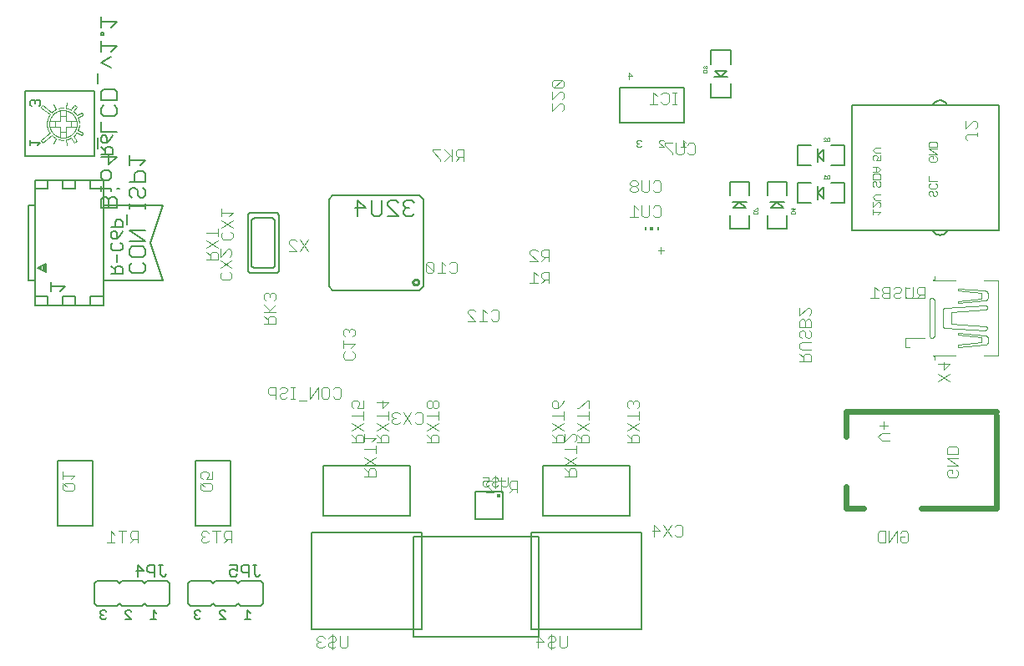
<source format=gbr>
G04 EAGLE Gerber RS-274X export*
G75*
%MOMM*%
%FSLAX34Y34*%
%LPD*%
%INSilkscreen Bottom*%
%IPPOS*%
%AMOC8*
5,1,8,0,0,1.08239X$1,22.5*%
G01*
%ADD10C,0.152400*%
%ADD11C,0.101600*%
%ADD12C,0.203200*%
%ADD13C,0.254000*%
%ADD14C,0.127000*%
%ADD15C,0.076200*%
%ADD16R,0.150000X0.300000*%
%ADD17R,0.300000X0.300000*%
%ADD18C,0.025400*%
%ADD19R,0.254000X0.508000*%
%ADD20R,0.127000X0.381000*%
%ADD21R,0.254000X0.254000*%
%ADD22C,0.177800*%
%ADD23C,0.050800*%
%ADD24C,0.400000*%
%ADD25C,0.609600*%


D10*
X89068Y442116D02*
X105337Y442116D01*
X105337Y450251D01*
X102626Y452962D01*
X99914Y452962D01*
X97203Y450251D01*
X94491Y452962D01*
X91779Y452962D01*
X89068Y450251D01*
X89068Y442116D01*
X97203Y442116D02*
X97203Y450251D01*
X99914Y458487D02*
X99914Y461199D01*
X89068Y461199D01*
X89068Y463910D02*
X89068Y458487D01*
X105337Y461199D02*
X108049Y461199D01*
X89068Y472113D02*
X89068Y477536D01*
X91779Y480248D01*
X97203Y480248D01*
X99914Y477536D01*
X99914Y472113D01*
X97203Y469402D01*
X91779Y469402D01*
X89068Y472113D01*
X89068Y493908D02*
X105337Y493908D01*
X97203Y485773D01*
X97203Y496620D01*
X86356Y502145D02*
X86356Y512991D01*
X89068Y518516D02*
X105337Y518516D01*
X89068Y518516D02*
X89068Y529363D01*
X105337Y543023D02*
X102626Y545734D01*
X105337Y543023D02*
X105337Y537599D01*
X102626Y534888D01*
X91779Y534888D01*
X89068Y537599D01*
X89068Y543023D01*
X91779Y545734D01*
X89068Y551259D02*
X105337Y551259D01*
X89068Y551259D02*
X89068Y559394D01*
X91779Y562106D01*
X102626Y562106D01*
X105337Y559394D01*
X105337Y551259D01*
X86356Y567631D02*
X86356Y578478D01*
X89068Y589426D02*
X99914Y584002D01*
X99914Y594849D02*
X89068Y589426D01*
X99914Y600374D02*
X105337Y605797D01*
X89068Y605797D01*
X89068Y600374D02*
X89068Y611221D01*
X89068Y616746D02*
X91779Y616746D01*
X91779Y619457D01*
X89068Y619457D01*
X89068Y616746D01*
X99914Y624931D02*
X105337Y630355D01*
X89068Y630355D01*
X89068Y635778D02*
X89068Y624931D01*
D11*
X326664Y260036D02*
X324715Y258087D01*
X326664Y260036D02*
X330562Y260036D01*
X332511Y258087D01*
X332511Y250291D01*
X330562Y248342D01*
X326664Y248342D01*
X324715Y250291D01*
X318868Y260036D02*
X314970Y260036D01*
X318868Y260036D02*
X320817Y258087D01*
X320817Y250291D01*
X318868Y248342D01*
X314970Y248342D01*
X313021Y250291D01*
X313021Y258087D01*
X314970Y260036D01*
X309123Y260036D02*
X309123Y248342D01*
X301327Y248342D02*
X309123Y260036D01*
X301327Y260036D02*
X301327Y248342D01*
X297429Y246393D02*
X289633Y246393D01*
X285735Y248342D02*
X281837Y248342D01*
X283786Y248342D02*
X283786Y260036D01*
X285735Y260036D02*
X281837Y260036D01*
X272092Y260036D02*
X270143Y258087D01*
X272092Y260036D02*
X275990Y260036D01*
X277939Y258087D01*
X277939Y256138D01*
X275990Y254189D01*
X272092Y254189D01*
X270143Y252240D01*
X270143Y250291D01*
X272092Y248342D01*
X275990Y248342D01*
X277939Y250291D01*
X266245Y248342D02*
X266245Y260036D01*
X260398Y260036D01*
X258449Y258087D01*
X258449Y254189D01*
X260398Y252240D01*
X266245Y252240D01*
X932534Y368616D02*
X955625Y368616D01*
X934610Y370692D02*
X934608Y370604D01*
X934603Y370516D01*
X934593Y370428D01*
X934580Y370341D01*
X934563Y370255D01*
X934543Y370169D01*
X934519Y370084D01*
X934491Y370000D01*
X934460Y369918D01*
X934426Y369837D01*
X934388Y369757D01*
X934346Y369680D01*
X934302Y369604D01*
X934254Y369529D01*
X934203Y369458D01*
X934149Y369388D01*
X934092Y369320D01*
X934033Y369256D01*
X933970Y369193D01*
X933906Y369134D01*
X933838Y369077D01*
X933768Y369023D01*
X933697Y368972D01*
X933622Y368924D01*
X933546Y368880D01*
X933469Y368838D01*
X933389Y368800D01*
X933308Y368766D01*
X933226Y368735D01*
X933142Y368707D01*
X933057Y368683D01*
X932971Y368663D01*
X932885Y368646D01*
X932798Y368633D01*
X932710Y368623D01*
X932622Y368618D01*
X932534Y368616D01*
X934610Y370692D02*
X934610Y372250D01*
X998982Y291786D02*
X998982Y291785D01*
X998982Y291786D02*
X998982Y368616D01*
X985485Y357714D02*
X957971Y359791D01*
X985485Y357714D02*
X985592Y357703D01*
X985698Y357690D01*
X985803Y357672D01*
X985908Y357650D01*
X986012Y357625D01*
X986115Y357596D01*
X986217Y357563D01*
X986317Y357527D01*
X986416Y357486D01*
X986514Y357443D01*
X986610Y357396D01*
X986704Y357345D01*
X986797Y357291D01*
X986887Y357234D01*
X986975Y357173D01*
X987061Y357109D01*
X987144Y357042D01*
X987225Y356973D01*
X987304Y356900D01*
X987380Y356824D01*
X987453Y356746D01*
X987523Y356665D01*
X987590Y356582D01*
X987654Y356496D01*
X987715Y356409D01*
X987772Y356318D01*
X987827Y356226D01*
X987878Y356132D01*
X987925Y356036D01*
X987969Y355939D01*
X988010Y355840D01*
X988047Y355740D01*
X988080Y355638D01*
X988145Y355416D01*
X988205Y355192D01*
X988260Y354967D01*
X988309Y354740D01*
X988353Y354513D01*
X988392Y354284D01*
X988425Y354055D01*
X988452Y353824D01*
X988474Y353594D01*
X988491Y353362D01*
X988502Y353131D01*
X988507Y352899D01*
X988507Y352667D01*
X988502Y352435D01*
X988491Y352204D01*
X988474Y351972D01*
X988452Y351742D01*
X988425Y351511D01*
X988392Y351282D01*
X988353Y351053D01*
X988309Y350826D01*
X988260Y350599D01*
X988205Y350374D01*
X988145Y350150D01*
X988080Y349928D01*
X988080Y349927D02*
X988047Y349825D01*
X988010Y349725D01*
X987969Y349626D01*
X987925Y349529D01*
X987878Y349433D01*
X987827Y349339D01*
X987772Y349247D01*
X987715Y349156D01*
X987654Y349069D01*
X987590Y348983D01*
X987523Y348900D01*
X987453Y348819D01*
X987380Y348741D01*
X987304Y348665D01*
X987225Y348592D01*
X987144Y348523D01*
X987061Y348456D01*
X986975Y348392D01*
X986887Y348331D01*
X986797Y348274D01*
X986704Y348220D01*
X986610Y348169D01*
X986514Y348122D01*
X986416Y348079D01*
X986317Y348038D01*
X986217Y348002D01*
X986115Y347969D01*
X986012Y347940D01*
X985908Y347915D01*
X985803Y347893D01*
X985698Y347875D01*
X985592Y347862D01*
X985485Y347851D01*
X957971Y345255D01*
X957971Y347332D01*
X981851Y349927D01*
X981851Y355119D01*
X957971Y357714D01*
X957971Y359791D01*
X909173Y360310D02*
X905539Y360310D01*
X934091Y347851D02*
X934091Y312550D01*
X929419Y312031D02*
X929419Y348370D01*
X929421Y348458D01*
X929426Y348546D01*
X929436Y348634D01*
X929449Y348721D01*
X929465Y348807D01*
X929486Y348893D01*
X929510Y348978D01*
X929537Y349062D01*
X929568Y349144D01*
X929603Y349225D01*
X929641Y349305D01*
X929682Y349383D01*
X929727Y349459D01*
X929775Y349533D01*
X929826Y349605D01*
X929879Y349674D01*
X929936Y349742D01*
X929996Y349807D01*
X930058Y349869D01*
X930123Y349929D01*
X930191Y349986D01*
X930260Y350039D01*
X930332Y350090D01*
X930406Y350138D01*
X930482Y350183D01*
X930560Y350224D01*
X930640Y350262D01*
X930721Y350297D01*
X930803Y350328D01*
X930887Y350355D01*
X930972Y350379D01*
X931058Y350400D01*
X931144Y350416D01*
X931231Y350429D01*
X931319Y350439D01*
X931407Y350444D01*
X931495Y350446D01*
X931496Y350446D01*
X931595Y350444D01*
X931695Y350438D01*
X931794Y350429D01*
X931892Y350415D01*
X931990Y350398D01*
X932087Y350378D01*
X932184Y350353D01*
X932279Y350325D01*
X932373Y350293D01*
X932466Y350258D01*
X932557Y350219D01*
X932647Y350176D01*
X932735Y350130D01*
X932822Y350081D01*
X932906Y350029D01*
X932989Y349973D01*
X933069Y349914D01*
X933147Y349853D01*
X933222Y349788D01*
X933295Y349720D01*
X933365Y349650D01*
X933433Y349577D01*
X933498Y349502D01*
X933559Y349424D01*
X933618Y349344D01*
X933674Y349261D01*
X933726Y349177D01*
X933775Y349090D01*
X933821Y349002D01*
X933864Y348912D01*
X933903Y348821D01*
X933938Y348728D01*
X933970Y348634D01*
X933998Y348539D01*
X934023Y348442D01*
X934043Y348345D01*
X934060Y348247D01*
X934074Y348149D01*
X934083Y348050D01*
X934089Y347950D01*
X934091Y347851D01*
X924227Y309954D02*
X905539Y309954D01*
X944992Y340583D02*
X985484Y342659D01*
X944992Y340583D02*
X944900Y340576D01*
X944809Y340565D01*
X944718Y340551D01*
X944628Y340532D01*
X944539Y340510D01*
X944451Y340484D01*
X944364Y340455D01*
X944278Y340422D01*
X944194Y340385D01*
X944112Y340345D01*
X944031Y340302D01*
X943952Y340255D01*
X943875Y340205D01*
X943800Y340152D01*
X943727Y340095D01*
X943657Y340036D01*
X943590Y339974D01*
X943525Y339909D01*
X943462Y339841D01*
X943403Y339771D01*
X943347Y339698D01*
X943294Y339624D01*
X943244Y339546D01*
X943197Y339467D01*
X943153Y339387D01*
X943113Y339304D01*
X943077Y339220D01*
X943044Y339134D01*
X943014Y339047D01*
X942989Y338959D01*
X942967Y338869D01*
X942948Y338779D01*
X942934Y338689D01*
X942923Y338598D01*
X942916Y338506D01*
X985485Y342659D02*
X985573Y342657D01*
X985661Y342652D01*
X985749Y342642D01*
X985836Y342629D01*
X985922Y342612D01*
X986008Y342592D01*
X986093Y342568D01*
X986177Y342540D01*
X986259Y342509D01*
X986340Y342475D01*
X986420Y342437D01*
X986497Y342395D01*
X986573Y342351D01*
X986648Y342303D01*
X986719Y342252D01*
X986789Y342198D01*
X986857Y342141D01*
X986921Y342082D01*
X986984Y342019D01*
X987043Y341955D01*
X987100Y341887D01*
X987154Y341817D01*
X987205Y341746D01*
X987253Y341671D01*
X987297Y341595D01*
X987339Y341518D01*
X987377Y341438D01*
X987411Y341357D01*
X987442Y341275D01*
X987470Y341191D01*
X987494Y341106D01*
X987514Y341020D01*
X987531Y340934D01*
X987544Y340847D01*
X987554Y340759D01*
X987559Y340671D01*
X987561Y340583D01*
X987561Y340582D01*
X987559Y340494D01*
X987554Y340406D01*
X987544Y340318D01*
X987531Y340231D01*
X987514Y340145D01*
X987494Y340059D01*
X987470Y339974D01*
X987442Y339890D01*
X987411Y339808D01*
X987377Y339727D01*
X987339Y339647D01*
X987297Y339570D01*
X987253Y339494D01*
X987205Y339419D01*
X987154Y339348D01*
X987100Y339278D01*
X987043Y339210D01*
X986984Y339146D01*
X986921Y339083D01*
X986857Y339024D01*
X986789Y338967D01*
X986719Y338913D01*
X986648Y338862D01*
X986573Y338814D01*
X986497Y338770D01*
X986420Y338728D01*
X986340Y338690D01*
X986259Y338656D01*
X986177Y338625D01*
X986093Y338597D01*
X986008Y338573D01*
X985922Y338553D01*
X985836Y338536D01*
X985749Y338523D01*
X985661Y338513D01*
X985573Y338508D01*
X985485Y338506D01*
X951222Y336430D01*
X932534Y291786D02*
X932622Y291784D01*
X932710Y291779D01*
X932798Y291769D01*
X932885Y291756D01*
X932971Y291739D01*
X933057Y291719D01*
X933142Y291695D01*
X933226Y291667D01*
X933308Y291636D01*
X933389Y291602D01*
X933469Y291564D01*
X933546Y291522D01*
X933622Y291478D01*
X933697Y291430D01*
X933768Y291379D01*
X933838Y291325D01*
X933906Y291268D01*
X933970Y291209D01*
X934033Y291146D01*
X934092Y291082D01*
X934149Y291014D01*
X934203Y290944D01*
X934254Y290873D01*
X934302Y290798D01*
X934346Y290722D01*
X934388Y290645D01*
X934426Y290565D01*
X934460Y290484D01*
X934491Y290402D01*
X934519Y290318D01*
X934543Y290233D01*
X934563Y290147D01*
X934580Y290061D01*
X934593Y289974D01*
X934603Y289886D01*
X934608Y289798D01*
X934610Y289710D01*
X934610Y288152D01*
X957971Y300611D02*
X985485Y302688D01*
X985592Y302699D01*
X985698Y302712D01*
X985803Y302730D01*
X985908Y302752D01*
X986012Y302777D01*
X986115Y302806D01*
X986217Y302839D01*
X986317Y302875D01*
X986416Y302916D01*
X986514Y302959D01*
X986610Y303006D01*
X986704Y303057D01*
X986797Y303111D01*
X986887Y303168D01*
X986975Y303229D01*
X987061Y303293D01*
X987144Y303360D01*
X987225Y303429D01*
X987304Y303502D01*
X987380Y303578D01*
X987453Y303656D01*
X987523Y303737D01*
X987590Y303820D01*
X987654Y303906D01*
X987715Y303993D01*
X987772Y304084D01*
X987827Y304176D01*
X987878Y304270D01*
X987925Y304366D01*
X987969Y304463D01*
X988010Y304562D01*
X988047Y304662D01*
X988080Y304764D01*
X988080Y304765D02*
X988145Y304987D01*
X988205Y305211D01*
X988260Y305436D01*
X988309Y305663D01*
X988353Y305890D01*
X988392Y306119D01*
X988425Y306348D01*
X988452Y306579D01*
X988474Y306809D01*
X988491Y307041D01*
X988502Y307272D01*
X988507Y307504D01*
X988507Y307736D01*
X988502Y307968D01*
X988491Y308199D01*
X988474Y308431D01*
X988452Y308661D01*
X988425Y308892D01*
X988392Y309121D01*
X988353Y309350D01*
X988309Y309577D01*
X988260Y309804D01*
X988205Y310029D01*
X988145Y310253D01*
X988080Y310475D01*
X988047Y310577D01*
X988010Y310677D01*
X987969Y310776D01*
X987925Y310873D01*
X987878Y310969D01*
X987827Y311063D01*
X987772Y311155D01*
X987715Y311246D01*
X987654Y311333D01*
X987590Y311419D01*
X987523Y311502D01*
X987453Y311583D01*
X987380Y311661D01*
X987304Y311737D01*
X987225Y311810D01*
X987144Y311879D01*
X987061Y311946D01*
X986975Y312010D01*
X986887Y312071D01*
X986797Y312128D01*
X986704Y312182D01*
X986610Y312233D01*
X986514Y312280D01*
X986416Y312323D01*
X986317Y312364D01*
X986217Y312400D01*
X986115Y312433D01*
X986012Y312462D01*
X985908Y312487D01*
X985803Y312509D01*
X985698Y312527D01*
X985592Y312540D01*
X985485Y312551D01*
X957971Y315147D01*
X957971Y313070D01*
X981851Y310475D01*
X981851Y305283D01*
X957971Y302688D01*
X957971Y300611D01*
X909173Y300092D02*
X905539Y300092D01*
X929419Y312032D02*
X929421Y311944D01*
X929426Y311856D01*
X929436Y311768D01*
X929449Y311681D01*
X929465Y311595D01*
X929486Y311509D01*
X929510Y311424D01*
X929537Y311340D01*
X929568Y311258D01*
X929603Y311177D01*
X929641Y311097D01*
X929682Y311019D01*
X929727Y310943D01*
X929775Y310869D01*
X929826Y310797D01*
X929879Y310728D01*
X929936Y310660D01*
X929996Y310595D01*
X930058Y310533D01*
X930123Y310473D01*
X930191Y310416D01*
X930260Y310363D01*
X930332Y310312D01*
X930406Y310264D01*
X930482Y310219D01*
X930560Y310178D01*
X930640Y310140D01*
X930721Y310105D01*
X930803Y310074D01*
X930887Y310047D01*
X930972Y310023D01*
X931058Y310002D01*
X931144Y309986D01*
X931231Y309973D01*
X931319Y309963D01*
X931407Y309958D01*
X931495Y309956D01*
X931496Y309956D02*
X931595Y309958D01*
X931695Y309964D01*
X931793Y309973D01*
X931892Y309987D01*
X931990Y310004D01*
X932087Y310025D01*
X932183Y310049D01*
X932279Y310078D01*
X932373Y310109D01*
X932466Y310145D01*
X932557Y310184D01*
X932647Y310226D01*
X932735Y310272D01*
X932821Y310321D01*
X932906Y310374D01*
X932988Y310429D01*
X933068Y310488D01*
X933146Y310550D01*
X933222Y310615D01*
X933295Y310682D01*
X933365Y310752D01*
X933432Y310825D01*
X933497Y310901D01*
X933559Y310979D01*
X933618Y311059D01*
X933673Y311141D01*
X933726Y311226D01*
X933775Y311312D01*
X933821Y311400D01*
X933863Y311490D01*
X933902Y311581D01*
X933938Y311674D01*
X933969Y311768D01*
X933998Y311864D01*
X934022Y311960D01*
X934043Y312057D01*
X934060Y312155D01*
X934074Y312254D01*
X934083Y312352D01*
X934089Y312452D01*
X934091Y312551D01*
X924227Y350448D02*
X905539Y350448D01*
X944992Y319819D02*
X985484Y317743D01*
X944992Y319819D02*
X944900Y319826D01*
X944809Y319837D01*
X944719Y319852D01*
X944629Y319870D01*
X944539Y319892D01*
X944451Y319918D01*
X944364Y319947D01*
X944279Y319980D01*
X944194Y320017D01*
X944112Y320057D01*
X944031Y320101D01*
X943952Y320147D01*
X943875Y320197D01*
X943800Y320251D01*
X943727Y320307D01*
X943657Y320366D01*
X943590Y320429D01*
X943525Y320494D01*
X943463Y320561D01*
X943403Y320631D01*
X943347Y320704D01*
X943294Y320779D01*
X943244Y320856D01*
X943197Y320935D01*
X943154Y321016D01*
X943114Y321098D01*
X943077Y321183D01*
X943044Y321268D01*
X943015Y321355D01*
X942989Y321443D01*
X942967Y321533D01*
X942948Y321623D01*
X942934Y321713D01*
X942923Y321804D01*
X942916Y321896D01*
X942916Y338507D01*
X985485Y317743D02*
X985573Y317745D01*
X985661Y317750D01*
X985749Y317760D01*
X985836Y317773D01*
X985922Y317790D01*
X986008Y317810D01*
X986093Y317834D01*
X986177Y317862D01*
X986259Y317893D01*
X986340Y317927D01*
X986420Y317965D01*
X986497Y318007D01*
X986573Y318051D01*
X986648Y318099D01*
X986719Y318150D01*
X986789Y318204D01*
X986857Y318261D01*
X986921Y318320D01*
X986984Y318383D01*
X987043Y318447D01*
X987100Y318515D01*
X987154Y318585D01*
X987205Y318656D01*
X987253Y318731D01*
X987297Y318807D01*
X987339Y318884D01*
X987377Y318964D01*
X987411Y319045D01*
X987442Y319127D01*
X987470Y319211D01*
X987494Y319296D01*
X987514Y319382D01*
X987531Y319468D01*
X987544Y319555D01*
X987554Y319643D01*
X987559Y319731D01*
X987561Y319819D01*
X987561Y319820D02*
X987559Y319908D01*
X987554Y319996D01*
X987544Y320084D01*
X987531Y320171D01*
X987514Y320257D01*
X987494Y320343D01*
X987470Y320428D01*
X987442Y320512D01*
X987411Y320594D01*
X987377Y320675D01*
X987339Y320755D01*
X987297Y320832D01*
X987253Y320908D01*
X987205Y320983D01*
X987154Y321054D01*
X987100Y321124D01*
X987043Y321192D01*
X986984Y321256D01*
X986921Y321319D01*
X986857Y321378D01*
X986789Y321435D01*
X986719Y321489D01*
X986648Y321540D01*
X986573Y321588D01*
X986497Y321632D01*
X986420Y321674D01*
X986340Y321712D01*
X986259Y321746D01*
X986177Y321777D01*
X986093Y321805D01*
X986008Y321829D01*
X985922Y321849D01*
X985836Y321866D01*
X985749Y321879D01*
X985661Y321889D01*
X985573Y321894D01*
X985485Y321896D01*
X951222Y323972D01*
X951222Y336432D01*
X955626Y291786D02*
X932533Y291785D01*
X983946Y291786D02*
X998982Y291786D01*
X998982Y368616D02*
X983947Y368615D01*
X905019Y309955D02*
X905019Y300091D01*
X905018Y350446D02*
X905018Y360310D01*
X937532Y273504D02*
X949226Y265708D01*
X949226Y273504D02*
X937532Y265708D01*
X937532Y283249D02*
X949226Y283249D01*
X943379Y277402D01*
X943379Y285198D01*
X809169Y286104D02*
X797475Y286104D01*
X809169Y286104D02*
X809169Y291951D01*
X807220Y293900D01*
X803322Y293900D01*
X801373Y291951D01*
X801373Y286104D01*
X801373Y290002D02*
X797475Y293900D01*
X799424Y297798D02*
X809169Y297798D01*
X799424Y297798D02*
X797475Y299747D01*
X797475Y303645D01*
X799424Y305594D01*
X809169Y305594D01*
X809169Y315339D02*
X807220Y317288D01*
X809169Y315339D02*
X809169Y311441D01*
X807220Y309492D01*
X805271Y309492D01*
X803322Y311441D01*
X803322Y315339D01*
X801373Y317288D01*
X799424Y317288D01*
X797475Y315339D01*
X797475Y311441D01*
X799424Y309492D01*
X797475Y321186D02*
X809169Y321186D01*
X809169Y327033D01*
X807220Y328982D01*
X805271Y328982D01*
X803322Y327033D01*
X801373Y328982D01*
X799424Y328982D01*
X797475Y327033D01*
X797475Y321186D01*
X803322Y321186D02*
X803322Y327033D01*
X797475Y332880D02*
X797475Y340676D01*
X797475Y332880D02*
X805271Y340676D01*
X807220Y340676D01*
X809169Y338727D01*
X809169Y334829D01*
X807220Y332880D01*
X923969Y350044D02*
X923969Y361738D01*
X918122Y361738D01*
X916173Y359789D01*
X916173Y355891D01*
X918122Y353942D01*
X923969Y353942D01*
X920071Y353942D02*
X916173Y350044D01*
X912275Y351993D02*
X912275Y361738D01*
X912275Y351993D02*
X910326Y350044D01*
X906428Y350044D01*
X904479Y351993D01*
X904479Y361738D01*
X894734Y361738D02*
X892785Y359789D01*
X894734Y361738D02*
X898632Y361738D01*
X900581Y359789D01*
X900581Y357840D01*
X898632Y355891D01*
X894734Y355891D01*
X892785Y353942D01*
X892785Y351993D01*
X894734Y350044D01*
X898632Y350044D01*
X900581Y351993D01*
X888887Y350044D02*
X888887Y361738D01*
X883040Y361738D01*
X881091Y359789D01*
X881091Y357840D01*
X883040Y355891D01*
X881091Y353942D01*
X881091Y351993D01*
X883040Y350044D01*
X888887Y350044D01*
X888887Y355891D02*
X883040Y355891D01*
X877193Y357840D02*
X873295Y361738D01*
X873295Y350044D01*
X877193Y350044D02*
X869397Y350044D01*
X444169Y387183D02*
X442220Y385234D01*
X444169Y387183D02*
X448067Y387183D01*
X450016Y385234D01*
X450016Y377438D01*
X448067Y375489D01*
X444169Y375489D01*
X442220Y377438D01*
X438322Y383285D02*
X434424Y387183D01*
X434424Y375489D01*
X438322Y375489D02*
X430526Y375489D01*
X426628Y377438D02*
X426628Y385234D01*
X424679Y387183D01*
X420781Y387183D01*
X418832Y385234D01*
X418832Y377438D01*
X420781Y375489D01*
X424679Y375489D01*
X426628Y377438D01*
X418832Y385234D01*
D12*
X416300Y362400D02*
X412300Y358400D01*
X416300Y362400D02*
X416300Y450400D01*
X412300Y454400D01*
X324300Y454400D01*
X320300Y450400D01*
X320300Y362400D01*
X324300Y358400D01*
X412300Y358400D01*
D13*
X405473Y366400D02*
X405475Y366506D01*
X405481Y366611D01*
X405491Y366717D01*
X405505Y366821D01*
X405522Y366926D01*
X405544Y367029D01*
X405569Y367132D01*
X405599Y367233D01*
X405632Y367334D01*
X405668Y367433D01*
X405709Y367530D01*
X405753Y367627D01*
X405801Y367721D01*
X405852Y367814D01*
X405906Y367904D01*
X405964Y367993D01*
X406025Y368079D01*
X406090Y368163D01*
X406157Y368244D01*
X406228Y368323D01*
X406301Y368399D01*
X406377Y368472D01*
X406456Y368543D01*
X406537Y368610D01*
X406621Y368675D01*
X406707Y368736D01*
X406796Y368794D01*
X406887Y368848D01*
X406979Y368899D01*
X407073Y368947D01*
X407170Y368991D01*
X407267Y369032D01*
X407366Y369068D01*
X407467Y369101D01*
X407568Y369131D01*
X407671Y369156D01*
X407774Y369178D01*
X407879Y369195D01*
X407983Y369209D01*
X408089Y369219D01*
X408194Y369225D01*
X408300Y369227D01*
X408406Y369225D01*
X408511Y369219D01*
X408617Y369209D01*
X408721Y369195D01*
X408826Y369178D01*
X408929Y369156D01*
X409032Y369131D01*
X409133Y369101D01*
X409234Y369068D01*
X409333Y369032D01*
X409430Y368991D01*
X409527Y368947D01*
X409621Y368899D01*
X409714Y368848D01*
X409804Y368794D01*
X409893Y368736D01*
X409979Y368675D01*
X410063Y368610D01*
X410144Y368543D01*
X410223Y368472D01*
X410299Y368399D01*
X410372Y368323D01*
X410443Y368244D01*
X410510Y368163D01*
X410575Y368079D01*
X410636Y367993D01*
X410694Y367904D01*
X410748Y367813D01*
X410799Y367721D01*
X410847Y367627D01*
X410891Y367530D01*
X410932Y367433D01*
X410968Y367334D01*
X411001Y367233D01*
X411031Y367132D01*
X411056Y367029D01*
X411078Y366926D01*
X411095Y366821D01*
X411109Y366717D01*
X411119Y366611D01*
X411125Y366506D01*
X411127Y366400D01*
X411125Y366294D01*
X411119Y366189D01*
X411109Y366083D01*
X411095Y365979D01*
X411078Y365874D01*
X411056Y365771D01*
X411031Y365668D01*
X411001Y365567D01*
X410968Y365466D01*
X410932Y365367D01*
X410891Y365270D01*
X410847Y365173D01*
X410799Y365079D01*
X410748Y364986D01*
X410694Y364896D01*
X410636Y364807D01*
X410575Y364721D01*
X410510Y364637D01*
X410443Y364556D01*
X410372Y364477D01*
X410299Y364401D01*
X410223Y364328D01*
X410144Y364257D01*
X410063Y364190D01*
X409979Y364125D01*
X409893Y364064D01*
X409804Y364006D01*
X409713Y363952D01*
X409621Y363901D01*
X409527Y363853D01*
X409430Y363809D01*
X409333Y363768D01*
X409234Y363732D01*
X409133Y363699D01*
X409032Y363669D01*
X408929Y363644D01*
X408826Y363622D01*
X408721Y363605D01*
X408617Y363591D01*
X408511Y363581D01*
X408406Y363575D01*
X408300Y363573D01*
X408194Y363575D01*
X408089Y363581D01*
X407983Y363591D01*
X407879Y363605D01*
X407774Y363622D01*
X407671Y363644D01*
X407568Y363669D01*
X407467Y363699D01*
X407366Y363732D01*
X407267Y363768D01*
X407170Y363809D01*
X407073Y363853D01*
X406979Y363901D01*
X406886Y363952D01*
X406796Y364006D01*
X406707Y364064D01*
X406621Y364125D01*
X406537Y364190D01*
X406456Y364257D01*
X406377Y364328D01*
X406301Y364401D01*
X406228Y364477D01*
X406157Y364556D01*
X406090Y364637D01*
X406025Y364721D01*
X405964Y364807D01*
X405906Y364896D01*
X405852Y364987D01*
X405801Y365079D01*
X405753Y365173D01*
X405709Y365270D01*
X405668Y365367D01*
X405632Y365466D01*
X405599Y365567D01*
X405569Y365668D01*
X405544Y365771D01*
X405522Y365874D01*
X405505Y365979D01*
X405491Y366083D01*
X405481Y366189D01*
X405475Y366294D01*
X405473Y366400D01*
D10*
X406907Y446966D02*
X404196Y449677D01*
X398772Y449677D01*
X396061Y446966D01*
X396061Y444254D01*
X398772Y441542D01*
X401484Y441542D01*
X398772Y441542D02*
X396061Y438831D01*
X396061Y436119D01*
X398772Y433407D01*
X404196Y433407D01*
X406907Y436119D01*
X390536Y433407D02*
X379689Y433407D01*
X390536Y433407D02*
X379689Y444254D01*
X379689Y446966D01*
X382401Y449677D01*
X387824Y449677D01*
X390536Y446966D01*
X374164Y449677D02*
X374164Y436119D01*
X371453Y433407D01*
X366029Y433407D01*
X363318Y436119D01*
X363318Y449677D01*
X349658Y449677D02*
X349658Y433407D01*
X357793Y441542D02*
X349658Y449677D01*
X346946Y441542D02*
X357793Y441542D01*
D11*
X221752Y374655D02*
X219803Y376604D01*
X221752Y374655D02*
X221752Y370757D01*
X219803Y368808D01*
X212007Y368808D01*
X210058Y370757D01*
X210058Y374655D01*
X212007Y376604D01*
X221752Y380502D02*
X210058Y388298D01*
X210058Y380502D02*
X221752Y388298D01*
X210058Y392196D02*
X210058Y399992D01*
X210058Y392196D02*
X217854Y399992D01*
X219803Y399992D01*
X221752Y398043D01*
X221752Y394145D01*
X219803Y392196D01*
X222752Y415773D02*
X220803Y417722D01*
X222752Y415773D02*
X222752Y411875D01*
X220803Y409926D01*
X213007Y409926D01*
X211058Y411875D01*
X211058Y415773D01*
X213007Y417722D01*
X222752Y421620D02*
X211058Y429416D01*
X211058Y421620D02*
X222752Y429416D01*
X218854Y433314D02*
X222752Y437212D01*
X211058Y437212D01*
X211058Y433314D02*
X211058Y441110D01*
X456692Y489458D02*
X456692Y501152D01*
X450845Y501152D01*
X448896Y499203D01*
X448896Y495305D01*
X450845Y493356D01*
X456692Y493356D01*
X452794Y493356D02*
X448896Y489458D01*
X444998Y489458D02*
X444998Y501152D01*
X444998Y493356D02*
X437202Y501152D01*
X443049Y495305D02*
X437202Y489458D01*
X433304Y501152D02*
X425508Y501152D01*
X425508Y499203D01*
X433304Y491407D01*
X433304Y489458D01*
X344443Y295965D02*
X346392Y294016D01*
X346392Y290118D01*
X344443Y288169D01*
X336647Y288169D01*
X334698Y290118D01*
X334698Y294016D01*
X336647Y295965D01*
X342494Y299863D02*
X346392Y303761D01*
X334698Y303761D01*
X334698Y299863D02*
X334698Y307659D01*
X344443Y311557D02*
X346392Y313506D01*
X346392Y317404D01*
X344443Y319353D01*
X342494Y319353D01*
X340545Y317404D01*
X340545Y315455D01*
X340545Y317404D02*
X338596Y319353D01*
X336647Y319353D01*
X334698Y317404D01*
X334698Y313506D01*
X336647Y311557D01*
D14*
X269650Y378753D02*
X269648Y378650D01*
X269642Y378547D01*
X269633Y378444D01*
X269620Y378341D01*
X269603Y378239D01*
X269582Y378138D01*
X269558Y378038D01*
X269530Y377938D01*
X269499Y377840D01*
X269463Y377743D01*
X269425Y377647D01*
X269383Y377553D01*
X269337Y377460D01*
X269288Y377369D01*
X269236Y377280D01*
X269181Y377193D01*
X269122Y377108D01*
X269060Y377025D01*
X268996Y376944D01*
X268928Y376866D01*
X268858Y376790D01*
X268785Y376717D01*
X268709Y376647D01*
X268631Y376579D01*
X268550Y376515D01*
X268467Y376453D01*
X268382Y376394D01*
X268295Y376339D01*
X268206Y376287D01*
X268115Y376238D01*
X268022Y376192D01*
X267928Y376150D01*
X267832Y376112D01*
X267735Y376076D01*
X267637Y376045D01*
X267537Y376017D01*
X267437Y375993D01*
X267336Y375972D01*
X267234Y375955D01*
X267131Y375942D01*
X267028Y375933D01*
X266925Y375927D01*
X266822Y375925D01*
X269650Y378753D02*
X269650Y434047D01*
X269648Y434150D01*
X269642Y434253D01*
X269633Y434356D01*
X269620Y434459D01*
X269603Y434561D01*
X269582Y434662D01*
X269558Y434762D01*
X269530Y434862D01*
X269499Y434960D01*
X269463Y435057D01*
X269425Y435153D01*
X269383Y435247D01*
X269337Y435340D01*
X269288Y435431D01*
X269236Y435520D01*
X269181Y435607D01*
X269122Y435692D01*
X269060Y435775D01*
X268996Y435856D01*
X268928Y435934D01*
X268858Y436010D01*
X268785Y436083D01*
X268709Y436153D01*
X268631Y436221D01*
X268550Y436285D01*
X268467Y436347D01*
X268382Y436406D01*
X268295Y436461D01*
X268206Y436513D01*
X268115Y436562D01*
X268022Y436608D01*
X267928Y436650D01*
X267832Y436688D01*
X267735Y436724D01*
X267637Y436755D01*
X267537Y436783D01*
X267437Y436807D01*
X267336Y436828D01*
X267234Y436845D01*
X267131Y436858D01*
X267028Y436867D01*
X266925Y436873D01*
X266822Y436875D01*
X240586Y436875D01*
X240494Y436873D01*
X240401Y436867D01*
X240309Y436858D01*
X240218Y436845D01*
X240127Y436827D01*
X240037Y436807D01*
X239948Y436782D01*
X239860Y436754D01*
X239773Y436722D01*
X239688Y436687D01*
X239604Y436648D01*
X239522Y436606D01*
X239441Y436560D01*
X239363Y436511D01*
X239287Y436459D01*
X239213Y436404D01*
X239141Y436345D01*
X239072Y436284D01*
X239005Y436220D01*
X238941Y436153D01*
X238880Y436084D01*
X238821Y436012D01*
X238766Y435938D01*
X238714Y435862D01*
X238665Y435784D01*
X238619Y435703D01*
X238577Y435621D01*
X238538Y435537D01*
X238503Y435452D01*
X238471Y435365D01*
X238443Y435277D01*
X238418Y435188D01*
X238398Y435098D01*
X238380Y435007D01*
X238367Y434916D01*
X238358Y434824D01*
X238352Y434731D01*
X238350Y434639D01*
X238350Y379087D01*
X238352Y378977D01*
X238358Y378866D01*
X238367Y378756D01*
X238381Y378647D01*
X238398Y378538D01*
X238419Y378430D01*
X238444Y378322D01*
X238472Y378215D01*
X238505Y378110D01*
X238541Y378006D01*
X238580Y377902D01*
X238623Y377801D01*
X238670Y377701D01*
X238720Y377603D01*
X238774Y377506D01*
X238830Y377411D01*
X238891Y377319D01*
X238954Y377228D01*
X239020Y377140D01*
X239090Y377055D01*
X239162Y376971D01*
X239237Y376890D01*
X239315Y376812D01*
X239396Y376737D01*
X239480Y376665D01*
X239565Y376595D01*
X239653Y376529D01*
X239744Y376466D01*
X239836Y376405D01*
X239931Y376349D01*
X240028Y376295D01*
X240126Y376245D01*
X240226Y376198D01*
X240327Y376155D01*
X240431Y376116D01*
X240535Y376080D01*
X240640Y376047D01*
X240747Y376019D01*
X240855Y375994D01*
X240963Y375973D01*
X241072Y375956D01*
X241181Y375942D01*
X241291Y375933D01*
X241402Y375927D01*
X241512Y375925D01*
X266822Y375925D01*
X241350Y384925D02*
X241350Y426875D01*
X241350Y384925D02*
X241366Y384794D01*
X241386Y384664D01*
X241410Y384535D01*
X241438Y384406D01*
X241470Y384278D01*
X241505Y384151D01*
X241544Y384025D01*
X241586Y383901D01*
X241632Y383777D01*
X241682Y383655D01*
X241735Y383535D01*
X241792Y383416D01*
X241852Y383299D01*
X241916Y383183D01*
X241983Y383070D01*
X242053Y382958D01*
X242126Y382849D01*
X242203Y382742D01*
X242282Y382637D01*
X242365Y382534D01*
X242450Y382434D01*
X242539Y382337D01*
X242630Y382242D01*
X242724Y382149D01*
X242821Y382060D01*
X242920Y381973D01*
X243021Y381889D01*
X243125Y381808D01*
X243232Y381731D01*
X243340Y381656D01*
X243451Y381585D01*
X243564Y381517D01*
X243678Y381452D01*
X243795Y381390D01*
X243913Y381332D01*
X244033Y381278D01*
X244154Y381227D01*
X244277Y381179D01*
X244401Y381135D01*
X244527Y381095D01*
X244653Y381058D01*
X244781Y381025D01*
X244909Y380996D01*
X245038Y380970D01*
X245168Y380949D01*
X245299Y380931D01*
X245430Y380917D01*
X245561Y380906D01*
X245693Y380900D01*
X245824Y380897D01*
X245956Y380898D01*
X246088Y380903D01*
X246219Y380912D01*
X246350Y380925D01*
X261650Y380925D01*
X261776Y380927D01*
X261901Y380933D01*
X262026Y380943D01*
X262151Y380957D01*
X262276Y380974D01*
X262400Y380996D01*
X262523Y381021D01*
X262645Y381051D01*
X262766Y381084D01*
X262886Y381121D01*
X263005Y381161D01*
X263122Y381206D01*
X263239Y381254D01*
X263353Y381306D01*
X263466Y381361D01*
X263577Y381420D01*
X263686Y381482D01*
X263793Y381548D01*
X263898Y381617D01*
X264001Y381689D01*
X264102Y381764D01*
X264200Y381843D01*
X264295Y381925D01*
X264388Y382009D01*
X264478Y382097D01*
X264566Y382187D01*
X264650Y382280D01*
X264732Y382375D01*
X264811Y382473D01*
X264886Y382574D01*
X264958Y382677D01*
X265027Y382782D01*
X265093Y382889D01*
X265155Y382998D01*
X265214Y383109D01*
X265269Y383222D01*
X265321Y383336D01*
X265369Y383453D01*
X265414Y383570D01*
X265454Y383689D01*
X265491Y383809D01*
X265524Y383930D01*
X265554Y384052D01*
X265579Y384175D01*
X265601Y384299D01*
X265618Y384424D01*
X265632Y384549D01*
X265642Y384674D01*
X265648Y384799D01*
X265650Y384925D01*
X265650Y427875D01*
X265648Y428001D01*
X265642Y428126D01*
X265632Y428251D01*
X265618Y428376D01*
X265601Y428501D01*
X265579Y428625D01*
X265554Y428748D01*
X265524Y428870D01*
X265491Y428991D01*
X265454Y429111D01*
X265414Y429230D01*
X265369Y429347D01*
X265321Y429464D01*
X265269Y429578D01*
X265214Y429691D01*
X265155Y429802D01*
X265093Y429911D01*
X265027Y430018D01*
X264958Y430123D01*
X264886Y430226D01*
X264811Y430327D01*
X264732Y430425D01*
X264650Y430520D01*
X264566Y430613D01*
X264478Y430703D01*
X264388Y430791D01*
X264295Y430875D01*
X264200Y430957D01*
X264102Y431036D01*
X264001Y431111D01*
X263898Y431183D01*
X263793Y431252D01*
X263686Y431318D01*
X263577Y431380D01*
X263466Y431439D01*
X263353Y431494D01*
X263239Y431546D01*
X263122Y431594D01*
X263005Y431639D01*
X262886Y431679D01*
X262766Y431716D01*
X262645Y431749D01*
X262523Y431779D01*
X262400Y431804D01*
X262276Y431826D01*
X262151Y431843D01*
X262026Y431857D01*
X261901Y431867D01*
X261776Y431873D01*
X261650Y431875D01*
X246350Y431875D01*
X246210Y431873D01*
X246070Y431867D01*
X245930Y431857D01*
X245790Y431844D01*
X245651Y431826D01*
X245512Y431804D01*
X245375Y431779D01*
X245237Y431750D01*
X245101Y431717D01*
X244966Y431680D01*
X244832Y431639D01*
X244699Y431594D01*
X244567Y431546D01*
X244437Y431494D01*
X244308Y431439D01*
X244181Y431380D01*
X244055Y431317D01*
X243931Y431251D01*
X243810Y431182D01*
X243690Y431109D01*
X243572Y431032D01*
X243457Y430953D01*
X243343Y430870D01*
X243233Y430784D01*
X243124Y430695D01*
X243018Y430603D01*
X242915Y430508D01*
X242814Y430411D01*
X242717Y430310D01*
X242622Y430207D01*
X242530Y430101D01*
X242441Y429992D01*
X242355Y429882D01*
X242272Y429768D01*
X242193Y429653D01*
X242116Y429535D01*
X242043Y429415D01*
X241974Y429294D01*
X241908Y429170D01*
X241845Y429044D01*
X241786Y428917D01*
X241731Y428788D01*
X241679Y428658D01*
X241631Y428526D01*
X241586Y428393D01*
X241545Y428259D01*
X241508Y428124D01*
X241475Y427988D01*
X241446Y427850D01*
X241421Y427713D01*
X241399Y427574D01*
X241381Y427435D01*
X241368Y427295D01*
X241358Y427155D01*
X241352Y427015D01*
X241350Y426875D01*
D11*
X291260Y397879D02*
X299056Y409572D01*
X291260Y409572D02*
X299056Y397879D01*
X287362Y397879D02*
X279566Y397879D01*
X279566Y405674D02*
X287362Y397879D01*
X279566Y405674D02*
X279566Y407623D01*
X281515Y409572D01*
X285413Y409572D01*
X287362Y407623D01*
X484495Y336900D02*
X486444Y338849D01*
X490342Y338849D01*
X492291Y336900D01*
X492291Y329104D01*
X490342Y327155D01*
X486444Y327155D01*
X484495Y329104D01*
X480597Y334951D02*
X476699Y338849D01*
X476699Y327155D01*
X480597Y327155D02*
X472801Y327155D01*
X468903Y327155D02*
X461107Y327155D01*
X468903Y327155D02*
X461107Y334951D01*
X461107Y336900D01*
X463056Y338849D01*
X466954Y338849D01*
X468903Y336900D01*
D15*
X653748Y398784D02*
X660019Y398784D01*
X656884Y401919D02*
X656884Y395649D01*
D16*
X653700Y420600D03*
X641700Y420600D03*
D17*
X647700Y420600D03*
D11*
X208099Y389558D02*
X196405Y389558D01*
X208099Y389558D02*
X208099Y395405D01*
X206150Y397354D01*
X202252Y397354D01*
X200303Y395405D01*
X200303Y389558D01*
X200303Y393456D02*
X196405Y397354D01*
X196405Y409048D02*
X208099Y401252D01*
X208099Y409048D02*
X196405Y401252D01*
X196405Y416844D02*
X208099Y416844D01*
X208099Y412946D02*
X208099Y420742D01*
X546608Y540258D02*
X546608Y548054D01*
X546608Y540258D02*
X554404Y548054D01*
X556353Y548054D01*
X558302Y546105D01*
X558302Y542207D01*
X556353Y540258D01*
X546608Y551952D02*
X546608Y559748D01*
X546608Y551952D02*
X554404Y559748D01*
X556353Y559748D01*
X558302Y557799D01*
X558302Y553901D01*
X556353Y551952D01*
X556353Y563646D02*
X548557Y563646D01*
X556353Y563646D02*
X558302Y565595D01*
X558302Y569493D01*
X556353Y571442D01*
X548557Y571442D01*
X546608Y569493D01*
X546608Y565595D01*
X548557Y563646D01*
X556353Y571442D01*
X683846Y505553D02*
X685795Y507502D01*
X689693Y507502D01*
X691642Y505553D01*
X691642Y497757D01*
X689693Y495808D01*
X685795Y495808D01*
X683846Y497757D01*
X679948Y497757D02*
X679948Y507502D01*
X679948Y497757D02*
X677999Y495808D01*
X674101Y495808D01*
X672152Y497757D01*
X672152Y507502D01*
X668254Y507502D02*
X660458Y507502D01*
X660458Y505553D01*
X668254Y497757D01*
X668254Y495808D01*
X651027Y469402D02*
X649078Y467453D01*
X651027Y469402D02*
X654925Y469402D01*
X656874Y467453D01*
X656874Y459657D01*
X654925Y457708D01*
X651027Y457708D01*
X649078Y459657D01*
X645180Y459657D02*
X645180Y469402D01*
X645180Y459657D02*
X643231Y457708D01*
X639333Y457708D01*
X637384Y459657D01*
X637384Y469402D01*
X633486Y467453D02*
X631537Y469402D01*
X627639Y469402D01*
X625690Y467453D01*
X625690Y465504D01*
X627639Y463555D01*
X625690Y461606D01*
X625690Y459657D01*
X627639Y457708D01*
X631537Y457708D01*
X633486Y459657D01*
X633486Y461606D01*
X631537Y463555D01*
X633486Y465504D01*
X633486Y467453D01*
X631537Y463555D02*
X627639Y463555D01*
D12*
X614934Y528320D02*
X614934Y563880D01*
X614934Y528320D02*
X680466Y528320D01*
X680466Y563880D01*
X614934Y563880D01*
D11*
X635798Y510546D02*
X636984Y509360D01*
X635798Y510546D02*
X633425Y510546D01*
X632239Y509360D01*
X632239Y508173D01*
X633425Y506987D01*
X634611Y506987D01*
X633425Y506987D02*
X632239Y505801D01*
X632239Y504614D01*
X633425Y503428D01*
X635798Y503428D01*
X636984Y504614D01*
X624583Y572008D02*
X624583Y579126D01*
X628142Y575567D01*
X623397Y575567D01*
X679345Y510546D02*
X681718Y508173D01*
X679345Y510546D02*
X679345Y503428D01*
X676973Y503428D02*
X681718Y503428D01*
X660098Y503334D02*
X655353Y503334D01*
X660098Y503334D02*
X655353Y508079D01*
X655353Y509266D01*
X656539Y510452D01*
X658912Y510452D01*
X660098Y509266D01*
X668694Y547116D02*
X672592Y547116D01*
X670643Y547116D02*
X670643Y558810D01*
X672592Y558810D02*
X668694Y558810D01*
X658949Y558810D02*
X657000Y556861D01*
X658949Y558810D02*
X662847Y558810D01*
X664796Y556861D01*
X664796Y549065D01*
X662847Y547116D01*
X658949Y547116D01*
X657000Y549065D01*
X653102Y554912D02*
X649204Y558810D01*
X649204Y547116D01*
X653102Y547116D02*
X645306Y547116D01*
D12*
X999300Y545850D02*
X999300Y419350D01*
X947300Y419350D01*
X850350Y419350D01*
X850350Y545850D01*
X932300Y545850D01*
X947300Y545850D02*
X999300Y545850D01*
X947300Y545850D02*
X932300Y545850D01*
X932378Y546033D01*
X932462Y546214D01*
X932549Y546393D01*
X932641Y546569D01*
X932737Y546744D01*
X932838Y546916D01*
X932942Y547085D01*
X933051Y547252D01*
X933164Y547416D01*
X933281Y547577D01*
X933402Y547735D01*
X933526Y547891D01*
X933655Y548043D01*
X933787Y548192D01*
X933922Y548338D01*
X934062Y548480D01*
X934204Y548619D01*
X934350Y548755D01*
X934500Y548886D01*
X934652Y549014D01*
X934808Y549139D01*
X934966Y549259D01*
X935128Y549376D01*
X935292Y549488D01*
X935459Y549597D01*
X935628Y549701D01*
X935801Y549801D01*
X935975Y549897D01*
X936152Y549989D01*
X936331Y550076D01*
X936512Y550159D01*
X936695Y550237D01*
X936880Y550311D01*
X937067Y550380D01*
X937255Y550445D01*
X937445Y550505D01*
X937636Y550560D01*
X937829Y550611D01*
X938022Y550657D01*
X938217Y550698D01*
X938413Y550735D01*
X938610Y550766D01*
X938807Y550793D01*
X939005Y550815D01*
X939203Y550832D01*
X939402Y550844D01*
X939601Y550852D01*
X939800Y550854D01*
X939999Y550852D01*
X940198Y550844D01*
X940397Y550832D01*
X940595Y550815D01*
X940793Y550793D01*
X940990Y550766D01*
X941187Y550735D01*
X941383Y550698D01*
X941578Y550657D01*
X941771Y550611D01*
X941964Y550560D01*
X942155Y550505D01*
X942345Y550445D01*
X942533Y550380D01*
X942720Y550311D01*
X942905Y550237D01*
X943088Y550159D01*
X943269Y550076D01*
X943448Y549989D01*
X943625Y549897D01*
X943799Y549801D01*
X943972Y549701D01*
X944141Y549597D01*
X944308Y549488D01*
X944472Y549376D01*
X944634Y549259D01*
X944792Y549139D01*
X944948Y549014D01*
X945100Y548886D01*
X945250Y548755D01*
X945396Y548619D01*
X945538Y548480D01*
X945678Y548338D01*
X945813Y548192D01*
X945945Y548043D01*
X946074Y547891D01*
X946198Y547735D01*
X946319Y547577D01*
X946436Y547416D01*
X946549Y547252D01*
X946658Y547085D01*
X946762Y546916D01*
X946863Y546744D01*
X946959Y546569D01*
X947051Y546393D01*
X947138Y546214D01*
X947222Y546033D01*
X947300Y545850D01*
X947300Y419350D02*
X947222Y419167D01*
X947138Y418986D01*
X947051Y418807D01*
X946959Y418631D01*
X946863Y418456D01*
X946762Y418284D01*
X946658Y418115D01*
X946549Y417948D01*
X946436Y417784D01*
X946319Y417623D01*
X946198Y417465D01*
X946074Y417309D01*
X945945Y417157D01*
X945813Y417008D01*
X945678Y416862D01*
X945538Y416720D01*
X945396Y416581D01*
X945250Y416445D01*
X945100Y416314D01*
X944948Y416186D01*
X944792Y416061D01*
X944634Y415941D01*
X944472Y415824D01*
X944308Y415712D01*
X944141Y415603D01*
X943972Y415499D01*
X943799Y415399D01*
X943625Y415303D01*
X943448Y415211D01*
X943269Y415124D01*
X943088Y415041D01*
X942905Y414963D01*
X942720Y414889D01*
X942533Y414820D01*
X942345Y414755D01*
X942155Y414695D01*
X941964Y414640D01*
X941771Y414589D01*
X941578Y414543D01*
X941383Y414502D01*
X941187Y414465D01*
X940990Y414434D01*
X940793Y414407D01*
X940595Y414385D01*
X940397Y414368D01*
X940198Y414356D01*
X939999Y414348D01*
X939800Y414346D01*
X939601Y414348D01*
X939402Y414356D01*
X939203Y414368D01*
X939005Y414385D01*
X938807Y414407D01*
X938610Y414434D01*
X938413Y414465D01*
X938217Y414502D01*
X938022Y414543D01*
X937829Y414589D01*
X937636Y414640D01*
X937445Y414695D01*
X937255Y414755D01*
X937067Y414820D01*
X936880Y414889D01*
X936695Y414963D01*
X936512Y415041D01*
X936331Y415124D01*
X936152Y415211D01*
X935975Y415303D01*
X935801Y415399D01*
X935628Y415499D01*
X935459Y415603D01*
X935292Y415712D01*
X935128Y415824D01*
X934966Y415941D01*
X934808Y416061D01*
X934652Y416186D01*
X934500Y416314D01*
X934350Y416445D01*
X934204Y416581D01*
X934062Y416720D01*
X933922Y416862D01*
X933787Y417008D01*
X933655Y417157D01*
X933526Y417309D01*
X933402Y417465D01*
X933281Y417623D01*
X933164Y417784D01*
X933051Y417948D01*
X932942Y418115D01*
X932838Y418284D01*
X932737Y418456D01*
X932641Y418631D01*
X932549Y418807D01*
X932462Y418986D01*
X932378Y419167D01*
X932300Y419350D01*
D18*
X879355Y489984D02*
X879355Y495238D01*
X879355Y489984D02*
X875414Y489984D01*
X876728Y492611D01*
X876728Y493924D01*
X875414Y495238D01*
X872787Y495238D01*
X871474Y493924D01*
X871474Y491297D01*
X872787Y489984D01*
X874101Y497468D02*
X879355Y497468D01*
X874101Y497468D02*
X871474Y500095D01*
X874101Y502722D01*
X879355Y502722D01*
X879355Y437501D02*
X876728Y434875D01*
X879355Y437501D02*
X871474Y437501D01*
X871474Y434875D02*
X871474Y440128D01*
X871474Y442359D02*
X871474Y447613D01*
X871474Y442359D02*
X876728Y447613D01*
X878041Y447613D01*
X879355Y446299D01*
X879355Y443672D01*
X878041Y442359D01*
X879355Y449843D02*
X874101Y449843D01*
X871474Y452470D01*
X874101Y455097D01*
X879355Y455097D01*
X879355Y467390D02*
X878041Y468703D01*
X879355Y467390D02*
X879355Y464763D01*
X878041Y463450D01*
X876728Y463450D01*
X875414Y464763D01*
X875414Y467390D01*
X874101Y468703D01*
X872787Y468703D01*
X871474Y467390D01*
X871474Y464763D01*
X872787Y463450D01*
X871474Y470934D02*
X879355Y470934D01*
X871474Y470934D02*
X871474Y474874D01*
X872787Y476188D01*
X878041Y476188D01*
X879355Y474874D01*
X879355Y470934D01*
X876728Y478418D02*
X871474Y478418D01*
X876728Y478418D02*
X879355Y481045D01*
X876728Y483672D01*
X871474Y483672D01*
X875414Y483672D02*
X875414Y478418D01*
X935191Y459178D02*
X936505Y457865D01*
X936505Y455238D01*
X935191Y453925D01*
X933878Y453925D01*
X932564Y455238D01*
X932564Y457865D01*
X931251Y459178D01*
X929937Y459178D01*
X928624Y457865D01*
X928624Y455238D01*
X929937Y453925D01*
X936505Y465349D02*
X935191Y466663D01*
X936505Y465349D02*
X936505Y462722D01*
X935191Y461409D01*
X929937Y461409D01*
X928624Y462722D01*
X928624Y465349D01*
X929937Y466663D01*
X928624Y468893D02*
X936505Y468893D01*
X928624Y468893D02*
X928624Y474147D01*
X936505Y492790D02*
X935191Y494103D01*
X936505Y492790D02*
X936505Y490163D01*
X935191Y488850D01*
X929937Y488850D01*
X928624Y490163D01*
X928624Y492790D01*
X929937Y494103D01*
X932564Y494103D01*
X932564Y491476D01*
X928624Y496334D02*
X936505Y496334D01*
X928624Y501588D01*
X936505Y501588D01*
X936505Y503818D02*
X928624Y503818D01*
X928624Y507758D01*
X929937Y509072D01*
X935191Y509072D01*
X936505Y507758D01*
X936505Y503818D01*
D11*
X965708Y512469D02*
X967657Y510520D01*
X965708Y512469D02*
X965708Y514418D01*
X967657Y516367D01*
X977402Y516367D01*
X977402Y514418D02*
X977402Y518316D01*
X965708Y522214D02*
X965708Y530010D01*
X965708Y522214D02*
X973504Y530010D01*
X975453Y530010D01*
X977402Y528061D01*
X977402Y524163D01*
X975453Y522214D01*
D12*
X784700Y434500D02*
X784700Y420500D01*
X764700Y420500D01*
X764700Y434500D01*
X784700Y454500D02*
X784700Y468500D01*
X764700Y468500D01*
X764700Y454500D01*
X774700Y447500D02*
X781700Y447500D01*
X774700Y447500D02*
X767700Y447500D01*
X774700Y447500D02*
X780700Y441500D01*
X768700Y441500D01*
X774700Y447500D01*
D18*
X788797Y435737D02*
X792610Y435737D01*
X788797Y435737D02*
X788797Y437644D01*
X789433Y438279D01*
X791975Y438279D01*
X792610Y437644D01*
X792610Y435737D01*
X792610Y441386D02*
X788797Y441386D01*
X790704Y439479D02*
X792610Y441386D01*
X790704Y442021D02*
X790704Y439479D01*
D12*
X746600Y434500D02*
X746600Y420500D01*
X726600Y420500D01*
X726600Y434500D01*
X746600Y454500D02*
X746600Y468500D01*
X726600Y468500D01*
X726600Y454500D01*
X736600Y447500D02*
X743600Y447500D01*
X736600Y447500D02*
X729600Y447500D01*
X736600Y447500D02*
X742600Y441500D01*
X730600Y441500D01*
X736600Y447500D01*
D18*
X750697Y435737D02*
X754510Y435737D01*
X750697Y435737D02*
X750697Y437644D01*
X751333Y438279D01*
X753875Y438279D01*
X754510Y437644D01*
X754510Y435737D01*
X754510Y439479D02*
X754510Y442021D01*
X753875Y442021D01*
X751333Y439479D01*
X750697Y439479D01*
D12*
X707550Y587850D02*
X707550Y601850D01*
X727550Y601850D01*
X727550Y587850D01*
X707550Y567850D02*
X707550Y553850D01*
X727550Y553850D01*
X727550Y567850D01*
X717550Y574850D02*
X710550Y574850D01*
X717550Y574850D02*
X724550Y574850D01*
X717550Y574850D02*
X711550Y580850D01*
X723550Y580850D01*
X717550Y574850D01*
D18*
X703456Y579383D02*
X699643Y579383D01*
X699643Y581289D01*
X700279Y581925D01*
X702821Y581925D01*
X703456Y581289D01*
X703456Y579383D01*
X702821Y583125D02*
X703456Y583760D01*
X703456Y585032D01*
X702821Y585667D01*
X702185Y585667D01*
X701550Y585032D01*
X700914Y585667D01*
X700279Y585667D01*
X699643Y585032D01*
X699643Y583760D01*
X700279Y583125D01*
X700914Y583125D01*
X701550Y583760D01*
X702185Y583125D01*
X702821Y583125D01*
X701550Y583760D02*
X701550Y585032D01*
D11*
X651027Y444002D02*
X649078Y442053D01*
X651027Y444002D02*
X654925Y444002D01*
X656874Y442053D01*
X656874Y434257D01*
X654925Y432308D01*
X651027Y432308D01*
X649078Y434257D01*
X645180Y434257D02*
X645180Y444002D01*
X645180Y434257D02*
X643231Y432308D01*
X639333Y432308D01*
X637384Y434257D01*
X637384Y444002D01*
X633486Y440104D02*
X629588Y444002D01*
X629588Y432308D01*
X633486Y432308D02*
X625690Y432308D01*
X266202Y324358D02*
X254508Y324358D01*
X266202Y324358D02*
X266202Y330205D01*
X264253Y332154D01*
X260355Y332154D01*
X258406Y330205D01*
X258406Y324358D01*
X258406Y328256D02*
X254508Y332154D01*
X254508Y336052D02*
X266202Y336052D01*
X258406Y336052D02*
X266202Y343848D01*
X260355Y338001D02*
X254508Y343848D01*
X264253Y347746D02*
X266202Y349695D01*
X266202Y353593D01*
X264253Y355542D01*
X262304Y355542D01*
X260355Y353593D01*
X260355Y351644D01*
X260355Y353593D02*
X258406Y355542D01*
X256457Y355542D01*
X254508Y353593D01*
X254508Y349695D01*
X256457Y347746D01*
D10*
X35560Y469646D02*
X22352Y469646D01*
X92202Y469646D02*
X92202Y461010D01*
X92202Y342900D02*
X78740Y342900D01*
X22352Y342900D02*
X22352Y351790D01*
X15494Y368300D02*
X15494Y444500D01*
X33782Y385318D02*
X33782Y376682D01*
X33782Y385318D02*
X25400Y381000D01*
X33782Y376682D01*
X22352Y368300D02*
X15494Y368300D01*
X15494Y444500D02*
X22352Y444500D01*
X92202Y444500D02*
X152400Y444500D01*
X152400Y368300D02*
X92202Y368300D01*
X152400Y368300D02*
X139700Y406400D01*
X152400Y444500D01*
X27940Y381000D02*
X25400Y381000D01*
X78740Y461010D02*
X92202Y461010D01*
X78740Y461010D02*
X78740Y469646D01*
X63500Y469646D02*
X63500Y461010D01*
X92202Y461010D02*
X92202Y444500D01*
X92202Y469646D02*
X78740Y469646D01*
X63500Y469646D01*
X92202Y444500D02*
X92202Y368300D01*
X35560Y461010D02*
X35560Y469646D01*
X35560Y461010D02*
X22352Y461010D01*
X35560Y469646D02*
X50800Y469646D01*
X50800Y461010D01*
X50800Y469646D02*
X63500Y469646D01*
X22352Y461010D02*
X22352Y444500D01*
X92202Y368300D02*
X92202Y351790D01*
X22352Y368300D02*
X22352Y444500D01*
X50800Y461010D02*
X63500Y461010D01*
X78740Y351790D02*
X92202Y351790D01*
X92202Y342900D01*
X78740Y342900D02*
X78740Y351790D01*
X63500Y351790D02*
X63500Y342900D01*
X63500Y351790D02*
X50800Y351790D01*
X50800Y342900D01*
X35560Y342900D02*
X35560Y351790D01*
X22352Y351790D01*
X50800Y342900D02*
X63500Y342900D01*
X78740Y342900D01*
X50800Y342900D02*
X35560Y342900D01*
X22352Y342900D01*
X22352Y351790D02*
X22352Y368300D01*
X22352Y461010D02*
X22352Y469646D01*
X52590Y362208D02*
X48014Y357632D01*
X52590Y362208D02*
X38862Y362208D01*
X38862Y357632D02*
X38862Y366784D01*
D14*
X99695Y375285D02*
X111135Y375285D01*
X111135Y381005D01*
X109228Y382912D01*
X105415Y382912D01*
X103508Y381005D01*
X103508Y375285D01*
X103508Y379098D02*
X99695Y382912D01*
X105415Y386979D02*
X105415Y394605D01*
X111135Y404393D02*
X109228Y406299D01*
X111135Y404393D02*
X111135Y400580D01*
X109228Y398673D01*
X101602Y398673D01*
X99695Y400580D01*
X99695Y404393D01*
X101602Y406299D01*
X109228Y414180D02*
X111135Y417993D01*
X109228Y414180D02*
X105415Y410367D01*
X101602Y410367D01*
X99695Y412274D01*
X99695Y416087D01*
X101602Y417993D01*
X103508Y417993D01*
X105415Y416087D01*
X105415Y410367D01*
X99695Y422061D02*
X111135Y422061D01*
X111135Y427781D01*
X109228Y429687D01*
X105415Y429687D01*
X103508Y427781D01*
X103508Y422061D01*
D19*
X30734Y381000D03*
D20*
X32639Y379095D03*
X32639Y382905D03*
D21*
X28702Y381000D03*
D22*
X131583Y386216D02*
X134253Y383547D01*
X134253Y378208D01*
X131583Y375539D01*
X120906Y375539D01*
X118237Y378208D01*
X118237Y383547D01*
X120906Y386216D01*
X134253Y394580D02*
X134253Y399918D01*
X134253Y394580D02*
X131583Y391911D01*
X120906Y391911D01*
X118237Y394580D01*
X118237Y399918D01*
X120906Y402588D01*
X131583Y402588D01*
X134253Y399918D01*
X134253Y408282D02*
X118237Y408282D01*
X118237Y418959D02*
X134253Y408282D01*
X134253Y418959D02*
X118237Y418959D01*
X115568Y424654D02*
X115568Y435331D01*
X118237Y441025D02*
X118237Y446364D01*
X118237Y443695D02*
X134253Y443695D01*
X134253Y446364D02*
X134253Y441025D01*
X134253Y459947D02*
X131583Y462617D01*
X134253Y459947D02*
X134253Y454609D01*
X131583Y451940D01*
X128914Y451940D01*
X126245Y454609D01*
X126245Y459947D01*
X123576Y462617D01*
X120906Y462617D01*
X118237Y459947D01*
X118237Y454609D01*
X120906Y451940D01*
X118237Y468311D02*
X134253Y468311D01*
X134253Y476319D01*
X131583Y478988D01*
X126245Y478988D01*
X123576Y476319D01*
X123576Y468311D01*
X128914Y484683D02*
X134253Y490021D01*
X118237Y490021D01*
X118237Y484683D02*
X118237Y495360D01*
D10*
X82300Y494050D02*
X82300Y560050D01*
X12400Y560050D01*
X12400Y494050D01*
X82300Y494050D01*
D23*
X54000Y530250D02*
X54000Y535350D01*
X54000Y540550D01*
X47600Y535350D02*
X47600Y530250D01*
X47600Y535350D02*
X47600Y540550D01*
X47600Y523850D02*
X42500Y523850D01*
X37300Y523850D01*
X47600Y523850D02*
X47600Y518750D01*
X47600Y513550D01*
X54000Y518750D02*
X54000Y523850D01*
X54000Y518750D02*
X54000Y513550D01*
X54000Y523850D02*
X59100Y523850D01*
X64300Y523850D01*
X59100Y530250D02*
X54000Y530250D01*
X59100Y530250D02*
X64300Y530250D01*
X47600Y530250D02*
X42500Y530250D01*
X37300Y530250D01*
X47600Y535350D02*
X54000Y535350D01*
X54000Y518750D02*
X47600Y518750D01*
X59100Y523850D02*
X59100Y530250D01*
X42500Y530250D02*
X42500Y523850D01*
X37400Y517750D02*
X37178Y518078D01*
X36965Y518411D01*
X36759Y518749D01*
X36562Y519093D01*
X36373Y519440D01*
X36192Y519793D01*
X36021Y520149D01*
X35858Y520510D01*
X35703Y520875D01*
X35558Y521243D01*
X35421Y521614D01*
X35294Y521989D01*
X35176Y522367D01*
X35067Y522747D01*
X34967Y523130D01*
X34877Y523516D01*
X34795Y523903D01*
X34724Y524292D01*
X34662Y524683D01*
X34609Y525076D01*
X34566Y525469D01*
X34532Y525864D01*
X34508Y526259D01*
X34494Y526654D01*
X34489Y527050D01*
X34494Y527446D01*
X34508Y527841D01*
X34532Y528236D01*
X34566Y528631D01*
X34609Y529024D01*
X34662Y529417D01*
X34724Y529808D01*
X34795Y530197D01*
X34877Y530584D01*
X34967Y530970D01*
X35067Y531353D01*
X35176Y531733D01*
X35294Y532111D01*
X35421Y532486D01*
X35558Y532857D01*
X35703Y533225D01*
X35858Y533590D01*
X36021Y533951D01*
X36192Y534307D01*
X36373Y534660D01*
X36562Y535007D01*
X36759Y535351D01*
X36965Y535689D01*
X37178Y536022D01*
X37400Y536350D01*
X39300Y538650D02*
X39574Y538916D01*
X39855Y539175D01*
X40141Y539427D01*
X40433Y539673D01*
X40731Y539911D01*
X41034Y540143D01*
X41342Y540368D01*
X41656Y540585D01*
X41975Y540795D01*
X42298Y540997D01*
X42627Y541192D01*
X42959Y541379D01*
X43296Y541558D01*
X39300Y515450D02*
X39574Y515184D01*
X39855Y514925D01*
X40141Y514673D01*
X40433Y514427D01*
X40731Y514189D01*
X41034Y513957D01*
X41342Y513732D01*
X41656Y513515D01*
X41975Y513305D01*
X42298Y513103D01*
X42627Y512908D01*
X42959Y512721D01*
X43296Y512542D01*
X46100Y542750D02*
X46467Y542855D01*
X46837Y542952D01*
X47209Y543040D01*
X47582Y543119D01*
X47958Y543190D01*
X48335Y543252D01*
X48713Y543305D01*
X49093Y543349D01*
X49473Y543384D01*
X49855Y543411D01*
X50236Y543428D01*
X50618Y543437D01*
X51001Y543437D01*
X46100Y511350D02*
X46467Y511245D01*
X46836Y511148D01*
X47207Y511060D01*
X47581Y510981D01*
X47956Y510911D01*
X48332Y510849D01*
X48710Y510796D01*
X49090Y510751D01*
X49470Y510716D01*
X49850Y510689D01*
X50232Y510672D01*
X50613Y510663D01*
X50995Y510663D01*
X58690Y541332D02*
X58350Y541514D01*
X58006Y541689D01*
X57658Y541855D01*
X57307Y542013D01*
X56951Y542163D01*
X56592Y542304D01*
X56230Y542437D01*
X55865Y542561D01*
X55497Y542676D01*
X55126Y542783D01*
X54753Y542881D01*
X54378Y542970D01*
X54000Y543050D01*
X58690Y512768D02*
X58350Y512586D01*
X58006Y512411D01*
X57658Y512245D01*
X57307Y512087D01*
X56951Y511937D01*
X56592Y511796D01*
X56230Y511663D01*
X55865Y511539D01*
X55497Y511424D01*
X55126Y511317D01*
X54753Y511219D01*
X54378Y511130D01*
X54000Y511050D01*
X64467Y536028D02*
X64250Y536349D01*
X64026Y536665D01*
X63795Y536976D01*
X63556Y537281D01*
X63309Y537580D01*
X63056Y537874D01*
X62796Y538161D01*
X62530Y538443D01*
X62256Y538717D01*
X61976Y538986D01*
X61690Y539247D01*
X61398Y539502D01*
X61100Y539750D01*
X64467Y518072D02*
X64250Y517751D01*
X64026Y517435D01*
X63795Y517124D01*
X63556Y516819D01*
X63309Y516520D01*
X63056Y516226D01*
X62796Y515939D01*
X62530Y515657D01*
X62256Y515383D01*
X61976Y515114D01*
X61690Y514853D01*
X61398Y514598D01*
X61100Y514350D01*
X67093Y528549D02*
X67054Y528929D01*
X67005Y529308D01*
X66948Y529686D01*
X66882Y530062D01*
X66808Y530436D01*
X66724Y530809D01*
X66632Y531180D01*
X66531Y531548D01*
X66422Y531914D01*
X66304Y532278D01*
X66178Y532638D01*
X66043Y532996D01*
X65900Y533350D01*
X67093Y525551D02*
X67054Y525171D01*
X67005Y524792D01*
X66948Y524414D01*
X66882Y524038D01*
X66808Y523664D01*
X66724Y523291D01*
X66632Y522920D01*
X66531Y522552D01*
X66422Y522186D01*
X66304Y521822D01*
X66178Y521462D01*
X66043Y521104D01*
X65900Y520750D01*
X37400Y536350D02*
X28400Y543850D01*
X30400Y546150D02*
X39300Y538650D01*
X37400Y517750D02*
X28400Y510250D01*
X30344Y507927D02*
X39292Y515436D01*
X43310Y541584D02*
X41122Y546999D01*
X43310Y512516D02*
X41122Y507101D01*
X53994Y543085D02*
X54604Y548893D01*
X54604Y548894D01*
X53994Y511015D02*
X54604Y505207D01*
X54604Y505206D01*
X58661Y541386D02*
X61927Y546228D01*
X58661Y512714D02*
X61927Y507872D01*
X61148Y539709D02*
X64414Y544551D01*
X61148Y514391D02*
X64414Y509549D01*
X64471Y536018D02*
X69628Y538760D01*
X64471Y518082D02*
X69628Y515340D01*
X65880Y533369D02*
X71036Y536111D01*
X65880Y520731D02*
X71036Y517989D01*
X30344Y546174D02*
X29939Y545731D01*
X29543Y545279D01*
X29157Y544819D01*
X28781Y544351D01*
X28416Y543875D01*
X28416Y510225D02*
X28781Y509749D01*
X29157Y509281D01*
X29543Y508821D01*
X29939Y508369D01*
X30344Y507926D01*
X61927Y546228D02*
X62357Y545972D01*
X62781Y545706D01*
X63199Y545431D01*
X63610Y545147D01*
X64015Y544854D01*
X64414Y544551D01*
X64414Y509549D02*
X64015Y509246D01*
X63610Y508953D01*
X63199Y508669D01*
X62781Y508394D01*
X62357Y508128D01*
X61927Y507872D01*
X71036Y536111D02*
X70826Y536565D01*
X70606Y537015D01*
X70376Y537459D01*
X70137Y537898D01*
X69887Y538332D01*
X69628Y538760D01*
X71036Y517989D02*
X70826Y517535D01*
X70606Y517085D01*
X70376Y516641D01*
X70137Y516202D01*
X69887Y515768D01*
X69628Y515340D01*
D14*
X27940Y549910D02*
X26670Y551180D01*
X24130Y551180D01*
X22860Y549910D01*
X22860Y547370D01*
X22860Y549910D02*
X21590Y551180D01*
X19050Y551180D01*
X27940Y549910D02*
X27940Y546100D01*
X26670Y544830D01*
X19050Y551180D02*
X17780Y549910D01*
X17780Y546100D01*
X19050Y544830D01*
X17780Y508000D02*
X27940Y508000D01*
X17780Y508000D02*
X17780Y510540D01*
X17780Y508000D02*
X17780Y505460D01*
X25400Y505460D02*
X27940Y508000D01*
D23*
X36900Y527050D02*
X36904Y527391D01*
X36917Y527732D01*
X36938Y528073D01*
X36967Y528412D01*
X37005Y528752D01*
X37050Y529090D01*
X37105Y529426D01*
X37167Y529762D01*
X37238Y530096D01*
X37317Y530427D01*
X37404Y530757D01*
X37499Y531085D01*
X37602Y531410D01*
X37713Y531733D01*
X37831Y532053D01*
X37958Y532369D01*
X38092Y532683D01*
X38235Y532993D01*
X38384Y533300D01*
X38541Y533602D01*
X38706Y533901D01*
X38878Y534196D01*
X39057Y534486D01*
X39243Y534772D01*
X39436Y535054D01*
X39635Y535330D01*
X39842Y535602D01*
X40055Y535868D01*
X40275Y536129D01*
X40501Y536385D01*
X40733Y536635D01*
X40971Y536879D01*
X41215Y537117D01*
X41465Y537349D01*
X41721Y537575D01*
X41982Y537795D01*
X42248Y538008D01*
X42520Y538215D01*
X42796Y538414D01*
X43078Y538607D01*
X43364Y538793D01*
X43654Y538972D01*
X43949Y539144D01*
X44248Y539309D01*
X44550Y539466D01*
X44857Y539615D01*
X45167Y539758D01*
X45481Y539892D01*
X45797Y540019D01*
X46117Y540137D01*
X46440Y540248D01*
X46765Y540351D01*
X47093Y540446D01*
X47423Y540533D01*
X47754Y540612D01*
X48088Y540683D01*
X48424Y540745D01*
X48760Y540800D01*
X49098Y540845D01*
X49438Y540883D01*
X49777Y540912D01*
X50118Y540933D01*
X50459Y540946D01*
X50800Y540950D01*
X51141Y540946D01*
X51482Y540933D01*
X51823Y540912D01*
X52162Y540883D01*
X52502Y540845D01*
X52840Y540800D01*
X53176Y540745D01*
X53512Y540683D01*
X53846Y540612D01*
X54177Y540533D01*
X54507Y540446D01*
X54835Y540351D01*
X55160Y540248D01*
X55483Y540137D01*
X55803Y540019D01*
X56119Y539892D01*
X56433Y539758D01*
X56743Y539615D01*
X57050Y539466D01*
X57352Y539309D01*
X57651Y539144D01*
X57946Y538972D01*
X58236Y538793D01*
X58522Y538607D01*
X58804Y538414D01*
X59080Y538215D01*
X59352Y538008D01*
X59618Y537795D01*
X59879Y537575D01*
X60135Y537349D01*
X60385Y537117D01*
X60629Y536879D01*
X60867Y536635D01*
X61099Y536385D01*
X61325Y536129D01*
X61545Y535868D01*
X61758Y535602D01*
X61965Y535330D01*
X62164Y535054D01*
X62357Y534772D01*
X62543Y534486D01*
X62722Y534196D01*
X62894Y533901D01*
X63059Y533602D01*
X63216Y533300D01*
X63365Y532993D01*
X63508Y532683D01*
X63642Y532369D01*
X63769Y532053D01*
X63887Y531733D01*
X63998Y531410D01*
X64101Y531085D01*
X64196Y530757D01*
X64283Y530427D01*
X64362Y530096D01*
X64433Y529762D01*
X64495Y529426D01*
X64550Y529090D01*
X64595Y528752D01*
X64633Y528412D01*
X64662Y528073D01*
X64683Y527732D01*
X64696Y527391D01*
X64700Y527050D01*
X64696Y526709D01*
X64683Y526368D01*
X64662Y526027D01*
X64633Y525688D01*
X64595Y525348D01*
X64550Y525010D01*
X64495Y524674D01*
X64433Y524338D01*
X64362Y524004D01*
X64283Y523673D01*
X64196Y523343D01*
X64101Y523015D01*
X63998Y522690D01*
X63887Y522367D01*
X63769Y522047D01*
X63642Y521731D01*
X63508Y521417D01*
X63365Y521107D01*
X63216Y520800D01*
X63059Y520498D01*
X62894Y520199D01*
X62722Y519904D01*
X62543Y519614D01*
X62357Y519328D01*
X62164Y519046D01*
X61965Y518770D01*
X61758Y518498D01*
X61545Y518232D01*
X61325Y517971D01*
X61099Y517715D01*
X60867Y517465D01*
X60629Y517221D01*
X60385Y516983D01*
X60135Y516751D01*
X59879Y516525D01*
X59618Y516305D01*
X59352Y516092D01*
X59080Y515885D01*
X58804Y515686D01*
X58522Y515493D01*
X58236Y515307D01*
X57946Y515128D01*
X57651Y514956D01*
X57352Y514791D01*
X57050Y514634D01*
X56743Y514485D01*
X56433Y514342D01*
X56119Y514208D01*
X55803Y514081D01*
X55483Y513963D01*
X55160Y513852D01*
X54835Y513749D01*
X54507Y513654D01*
X54177Y513567D01*
X53846Y513488D01*
X53512Y513417D01*
X53176Y513355D01*
X52840Y513300D01*
X52502Y513255D01*
X52162Y513217D01*
X51823Y513188D01*
X51482Y513167D01*
X51141Y513154D01*
X50800Y513150D01*
X50459Y513154D01*
X50118Y513167D01*
X49777Y513188D01*
X49438Y513217D01*
X49098Y513255D01*
X48760Y513300D01*
X48424Y513355D01*
X48088Y513417D01*
X47754Y513488D01*
X47423Y513567D01*
X47093Y513654D01*
X46765Y513749D01*
X46440Y513852D01*
X46117Y513963D01*
X45797Y514081D01*
X45481Y514208D01*
X45167Y514342D01*
X44857Y514485D01*
X44550Y514634D01*
X44248Y514791D01*
X43949Y514956D01*
X43654Y515128D01*
X43364Y515307D01*
X43078Y515493D01*
X42796Y515686D01*
X42520Y515885D01*
X42248Y516092D01*
X41982Y516305D01*
X41721Y516525D01*
X41465Y516751D01*
X41215Y516983D01*
X40971Y517221D01*
X40733Y517465D01*
X40501Y517715D01*
X40275Y517971D01*
X40055Y518232D01*
X39842Y518498D01*
X39635Y518770D01*
X39436Y519046D01*
X39243Y519328D01*
X39057Y519614D01*
X38878Y519904D01*
X38706Y520199D01*
X38541Y520498D01*
X38384Y520800D01*
X38235Y521107D01*
X38092Y521417D01*
X37958Y521731D01*
X37831Y522047D01*
X37713Y522367D01*
X37602Y522690D01*
X37499Y523015D01*
X37404Y523343D01*
X37317Y523673D01*
X37238Y524004D01*
X37167Y524338D01*
X37105Y524674D01*
X37050Y525010D01*
X37005Y525348D01*
X36967Y525688D01*
X36938Y526027D01*
X36917Y526368D01*
X36904Y526709D01*
X36900Y527050D01*
D14*
X89535Y495935D02*
X100975Y495935D01*
X100975Y501655D01*
X99068Y503562D01*
X95255Y503562D01*
X93348Y501655D01*
X93348Y495935D01*
X93348Y499748D02*
X89535Y503562D01*
X99068Y511442D02*
X100975Y515255D01*
X99068Y511442D02*
X95255Y507629D01*
X91442Y507629D01*
X89535Y509536D01*
X89535Y513349D01*
X91442Y515255D01*
X93348Y515255D01*
X95255Y513349D01*
X95255Y507629D01*
D12*
X829150Y467200D02*
X843150Y467200D01*
X843150Y447200D01*
X829150Y447200D01*
X809150Y467200D02*
X795150Y467200D01*
X795150Y447200D01*
X809150Y447200D01*
X816150Y457200D02*
X816150Y464200D01*
X816150Y457200D02*
X816150Y450200D01*
X816150Y457200D02*
X822150Y463200D01*
X822150Y451200D01*
X816150Y457200D01*
D18*
X827913Y471297D02*
X827913Y475110D01*
X827913Y471297D02*
X826006Y471297D01*
X825371Y471933D01*
X825371Y474475D01*
X826006Y475110D01*
X827913Y475110D01*
X824171Y473839D02*
X822900Y475110D01*
X822900Y471297D01*
X824171Y471297D02*
X821629Y471297D01*
D14*
X414900Y14000D02*
X302900Y14000D01*
X414900Y14000D02*
X414800Y112800D01*
X302800Y112800D01*
X302900Y14000D01*
X314800Y129800D02*
X402800Y129800D01*
X402900Y180200D01*
X314900Y180200D01*
X314800Y129800D01*
D11*
X339374Y7302D02*
X339374Y-2443D01*
X337425Y-4392D01*
X333527Y-4392D01*
X331578Y-2443D01*
X331578Y7302D01*
X327680Y-2443D02*
X325731Y-4392D01*
X321833Y-4392D01*
X319884Y-2443D01*
X319884Y-494D01*
X321833Y1455D01*
X325731Y1455D01*
X327680Y3404D01*
X327680Y5353D01*
X325731Y7302D01*
X321833Y7302D01*
X319884Y5353D01*
X323782Y9251D02*
X323782Y-6341D01*
X315986Y5353D02*
X314037Y7302D01*
X310139Y7302D01*
X308190Y5353D01*
X308190Y3404D01*
X310139Y1455D01*
X312088Y1455D01*
X310139Y1455D02*
X308190Y-494D01*
X308190Y-2443D01*
X310139Y-4392D01*
X314037Y-4392D01*
X315986Y-2443D01*
D14*
X525150Y14000D02*
X637150Y14000D01*
X637050Y112800D01*
X525050Y112800D01*
X525150Y14000D01*
X537050Y129800D02*
X625050Y129800D01*
X625150Y180200D01*
X537150Y180200D01*
X537050Y129800D01*
D11*
X561624Y7302D02*
X561624Y-2443D01*
X559675Y-4392D01*
X555777Y-4392D01*
X553828Y-2443D01*
X553828Y7302D01*
X549930Y-2443D02*
X547981Y-4392D01*
X544083Y-4392D01*
X542134Y-2443D01*
X542134Y-494D01*
X544083Y1455D01*
X547981Y1455D01*
X549930Y3404D01*
X549930Y5353D01*
X547981Y7302D01*
X544083Y7302D01*
X542134Y5353D01*
X546032Y9251D02*
X546032Y-6341D01*
X532389Y-4392D02*
X532389Y7302D01*
X538236Y1455D01*
X530440Y1455D01*
X367802Y169632D02*
X356108Y169632D01*
X367802Y169632D02*
X367802Y175479D01*
X365853Y177428D01*
X361955Y177428D01*
X360006Y175479D01*
X360006Y169632D01*
X360006Y173530D02*
X356108Y177428D01*
X356108Y189122D02*
X367802Y181326D01*
X367802Y189122D02*
X356108Y181326D01*
X356108Y196918D02*
X367802Y196918D01*
X367802Y193020D02*
X367802Y200816D01*
X363904Y204714D02*
X367802Y208612D01*
X356108Y208612D01*
X356108Y204714D02*
X356108Y212510D01*
X559308Y169632D02*
X571002Y169632D01*
X571002Y175479D01*
X569053Y177428D01*
X565155Y177428D01*
X563206Y175479D01*
X563206Y169632D01*
X563206Y173530D02*
X559308Y177428D01*
X559308Y189122D02*
X571002Y181326D01*
X571002Y189122D02*
X559308Y181326D01*
X559308Y196918D02*
X571002Y196918D01*
X571002Y193020D02*
X571002Y200816D01*
X559308Y204714D02*
X559308Y212510D01*
X559308Y204714D02*
X567104Y212510D01*
X569053Y212510D01*
X571002Y210561D01*
X571002Y206663D01*
X569053Y204714D01*
X622808Y203708D02*
X634502Y203708D01*
X634502Y209555D01*
X632553Y211504D01*
X628655Y211504D01*
X626706Y209555D01*
X626706Y203708D01*
X626706Y207606D02*
X622808Y211504D01*
X622808Y223198D02*
X634502Y215402D01*
X634502Y223198D02*
X622808Y215402D01*
X622808Y230994D02*
X634502Y230994D01*
X634502Y227096D02*
X634502Y234892D01*
X632553Y238790D02*
X634502Y240739D01*
X634502Y244637D01*
X632553Y246586D01*
X630604Y246586D01*
X628655Y244637D01*
X628655Y242688D01*
X628655Y244637D02*
X626706Y246586D01*
X624757Y246586D01*
X622808Y244637D01*
X622808Y240739D01*
X624757Y238790D01*
X380502Y203708D02*
X368808Y203708D01*
X380502Y203708D02*
X380502Y209555D01*
X378553Y211504D01*
X374655Y211504D01*
X372706Y209555D01*
X372706Y203708D01*
X372706Y207606D02*
X368808Y211504D01*
X368808Y223198D02*
X380502Y215402D01*
X380502Y223198D02*
X368808Y215402D01*
X368808Y230994D02*
X380502Y230994D01*
X380502Y227096D02*
X380502Y234892D01*
X380502Y244637D02*
X368808Y244637D01*
X374655Y238790D02*
X380502Y244637D01*
X374655Y246586D02*
X374655Y238790D01*
X355102Y203708D02*
X343408Y203708D01*
X355102Y203708D02*
X355102Y209555D01*
X353153Y211504D01*
X349255Y211504D01*
X347306Y209555D01*
X347306Y203708D01*
X347306Y207606D02*
X343408Y211504D01*
X343408Y223198D02*
X355102Y215402D01*
X355102Y223198D02*
X343408Y215402D01*
X343408Y230994D02*
X355102Y230994D01*
X355102Y227096D02*
X355102Y234892D01*
X355102Y238790D02*
X355102Y246586D01*
X355102Y238790D02*
X349255Y238790D01*
X351204Y242688D01*
X351204Y244637D01*
X349255Y246586D01*
X345357Y246586D01*
X343408Y244637D01*
X343408Y240739D01*
X345357Y238790D01*
X546608Y203708D02*
X558302Y203708D01*
X558302Y209555D01*
X556353Y211504D01*
X552455Y211504D01*
X550506Y209555D01*
X550506Y203708D01*
X550506Y207606D02*
X546608Y211504D01*
X546608Y223198D02*
X558302Y215402D01*
X558302Y223198D02*
X546608Y215402D01*
X546608Y230994D02*
X558302Y230994D01*
X558302Y227096D02*
X558302Y234892D01*
X556353Y242688D02*
X558302Y246586D01*
X556353Y242688D02*
X552455Y238790D01*
X548557Y238790D01*
X546608Y240739D01*
X546608Y244637D01*
X548557Y246586D01*
X550506Y246586D01*
X552455Y244637D01*
X552455Y238790D01*
X572008Y203708D02*
X583702Y203708D01*
X583702Y209555D01*
X581753Y211504D01*
X577855Y211504D01*
X575906Y209555D01*
X575906Y203708D01*
X575906Y207606D02*
X572008Y211504D01*
X572008Y223198D02*
X583702Y215402D01*
X583702Y223198D02*
X572008Y215402D01*
X572008Y230994D02*
X583702Y230994D01*
X583702Y227096D02*
X583702Y234892D01*
X583702Y238790D02*
X583702Y246586D01*
X581753Y246586D01*
X573957Y238790D01*
X572008Y238790D01*
X409727Y234452D02*
X407778Y232503D01*
X409727Y234452D02*
X413625Y234452D01*
X415574Y232503D01*
X415574Y224707D01*
X413625Y222758D01*
X409727Y222758D01*
X407778Y224707D01*
X403880Y234452D02*
X396084Y222758D01*
X403880Y222758D02*
X396084Y234452D01*
X392186Y232503D02*
X390237Y234452D01*
X386339Y234452D01*
X384390Y232503D01*
X384390Y230554D01*
X386339Y228605D01*
X388288Y228605D01*
X386339Y228605D02*
X384390Y226656D01*
X384390Y224707D01*
X386339Y222758D01*
X390237Y222758D01*
X392186Y224707D01*
X671146Y118203D02*
X673095Y120152D01*
X676993Y120152D01*
X678942Y118203D01*
X678942Y110407D01*
X676993Y108458D01*
X673095Y108458D01*
X671146Y110407D01*
X667248Y120152D02*
X659452Y108458D01*
X667248Y108458D02*
X659452Y120152D01*
X649707Y120152D02*
X649707Y108458D01*
X655554Y114305D02*
X649707Y120152D01*
X647758Y114305D02*
X655554Y114305D01*
X510824Y152908D02*
X510824Y164602D01*
X504977Y164602D01*
X503028Y162653D01*
X503028Y158755D01*
X504977Y156806D01*
X510824Y156806D01*
X506926Y156806D02*
X503028Y152908D01*
X495232Y152908D02*
X495232Y164602D01*
X499130Y164602D02*
X491334Y164602D01*
X487436Y152908D02*
X479640Y152908D01*
X487436Y152908D02*
X479640Y160704D01*
X479640Y162653D01*
X481589Y164602D01*
X485487Y164602D01*
X487436Y162653D01*
D12*
X468600Y153700D02*
X468600Y125700D01*
X496600Y125700D01*
X496600Y153700D01*
X468600Y153700D01*
D24*
X492600Y149700D03*
D15*
X501269Y160699D02*
X501269Y168537D01*
X501269Y160699D02*
X499701Y159131D01*
X496566Y159131D01*
X494998Y160699D01*
X494998Y168537D01*
X491914Y160699D02*
X490346Y159131D01*
X487211Y159131D01*
X485643Y160699D01*
X485643Y162266D01*
X487211Y163834D01*
X490346Y163834D01*
X491914Y165402D01*
X491914Y166969D01*
X490346Y168537D01*
X487211Y168537D01*
X485643Y166969D01*
X488778Y170105D02*
X488778Y157563D01*
X482559Y168537D02*
X476288Y168537D01*
X482559Y168537D02*
X482559Y163834D01*
X479423Y165402D01*
X477856Y165402D01*
X476288Y163834D01*
X476288Y160699D01*
X477856Y159131D01*
X480991Y159131D01*
X482559Y160699D01*
D25*
X920750Y137150D02*
X996950Y137150D01*
X996950Y231150D01*
X996950Y234950D02*
X844550Y234950D01*
X844550Y209550D01*
X844550Y158750D02*
X844550Y137150D01*
X862330Y137150D01*
D11*
X956403Y176422D02*
X958352Y174473D01*
X958352Y170575D01*
X956403Y168626D01*
X948607Y168626D01*
X946658Y170575D01*
X946658Y174473D01*
X948607Y176422D01*
X952505Y176422D01*
X952505Y172524D01*
X946658Y180320D02*
X958352Y180320D01*
X946658Y188116D01*
X958352Y188116D01*
X958352Y192014D02*
X946658Y192014D01*
X946658Y197861D01*
X948607Y199810D01*
X956403Y199810D01*
X958352Y197861D01*
X958352Y192014D01*
X901695Y113802D02*
X899746Y111853D01*
X901695Y113802D02*
X905593Y113802D01*
X907542Y111853D01*
X907542Y104057D01*
X905593Y102108D01*
X901695Y102108D01*
X899746Y104057D01*
X899746Y107955D01*
X903644Y107955D01*
X895848Y102108D02*
X895848Y113802D01*
X888052Y102108D01*
X888052Y113802D01*
X884154Y113802D02*
X884154Y102108D01*
X878307Y102108D01*
X876358Y104057D01*
X876358Y111853D01*
X878307Y113802D01*
X884154Y113802D01*
X880706Y205720D02*
X888502Y205720D01*
X880706Y205720D02*
X876808Y209618D01*
X880706Y213516D01*
X888502Y213516D01*
X882655Y217414D02*
X882655Y225210D01*
X886553Y221312D02*
X878757Y221312D01*
D12*
X220980Y119630D02*
X185420Y119630D01*
X220980Y119630D02*
X220980Y185170D01*
X185420Y185170D01*
X185420Y119630D01*
D11*
X192449Y154920D02*
X200245Y154920D01*
X202194Y156869D01*
X202194Y160767D01*
X200245Y162716D01*
X192449Y162716D01*
X190500Y160767D01*
X190500Y156869D01*
X192449Y154920D01*
X194398Y158818D02*
X190500Y162716D01*
X202194Y166614D02*
X202194Y174410D01*
X202194Y166614D02*
X196347Y166614D01*
X198296Y170512D01*
X198296Y172461D01*
X196347Y174410D01*
X192449Y174410D01*
X190500Y172461D01*
X190500Y168563D01*
X192449Y166614D01*
X543580Y365379D02*
X543580Y377073D01*
X537733Y377073D01*
X535784Y375124D01*
X535784Y371226D01*
X537733Y369277D01*
X543580Y369277D01*
X539682Y369277D02*
X535784Y365379D01*
X531886Y373175D02*
X527988Y377073D01*
X527988Y365379D01*
X531886Y365379D02*
X524090Y365379D01*
D12*
X81280Y119630D02*
X45720Y119630D01*
X81280Y119630D02*
X81280Y185170D01*
X45720Y185170D01*
X45720Y119630D01*
D11*
X52749Y154920D02*
X60545Y154920D01*
X62494Y156869D01*
X62494Y160767D01*
X60545Y162716D01*
X52749Y162716D01*
X50800Y160767D01*
X50800Y156869D01*
X52749Y154920D01*
X54698Y158818D02*
X50800Y162716D01*
X58596Y166614D02*
X62494Y170512D01*
X50800Y170512D01*
X50800Y166614D02*
X50800Y174410D01*
X543580Y387858D02*
X543580Y399552D01*
X537733Y399552D01*
X535784Y397603D01*
X535784Y393705D01*
X537733Y391756D01*
X543580Y391756D01*
X539682Y391756D02*
X535784Y387858D01*
X531886Y387858D02*
X524090Y387858D01*
X531886Y387858D02*
X524090Y395654D01*
X524090Y397603D01*
X526039Y399552D01*
X529937Y399552D01*
X531886Y397603D01*
D10*
X158750Y60960D02*
X158750Y40640D01*
X105410Y63500D02*
X85090Y63500D01*
X105410Y63500D02*
X107950Y60960D01*
X105410Y38100D02*
X85090Y38100D01*
X105410Y38100D02*
X107950Y40640D01*
X85090Y38100D02*
X82550Y40640D01*
X82550Y60960D02*
X85090Y63500D01*
X82550Y60960D02*
X82550Y40640D01*
X107950Y60960D02*
X110490Y63500D01*
X130810Y63500D01*
X133350Y60960D01*
X135890Y63500D01*
X156210Y63500D02*
X158750Y60960D01*
X156210Y63500D02*
X135890Y63500D01*
X110490Y38100D02*
X107950Y40640D01*
X130810Y38100D02*
X133350Y40640D01*
X135890Y38100D01*
X156210Y38100D02*
X158750Y40640D01*
X130810Y38100D02*
X110490Y38100D01*
X135890Y38100D02*
X156210Y38100D01*
D14*
X145415Y30527D02*
X142534Y33408D01*
X142534Y24765D01*
X145415Y24765D02*
X139653Y24765D01*
X120015Y24765D02*
X114253Y24765D01*
X120015Y24765D02*
X114253Y30527D01*
X114253Y31968D01*
X115693Y33408D01*
X118574Y33408D01*
X120015Y31968D01*
X94615Y31968D02*
X93174Y33408D01*
X90293Y33408D01*
X88853Y31968D01*
X88853Y30527D01*
X90293Y29087D01*
X91734Y29087D01*
X90293Y29087D02*
X88853Y27646D01*
X88853Y26206D01*
X90293Y24765D01*
X93174Y24765D01*
X94615Y26206D01*
X153668Y67945D02*
X155575Y69852D01*
X153668Y67945D02*
X151762Y67945D01*
X149855Y69852D01*
X149855Y79385D01*
X147949Y79385D02*
X151762Y79385D01*
X143881Y79385D02*
X143881Y67945D01*
X143881Y79385D02*
X138161Y79385D01*
X136255Y77478D01*
X136255Y73665D01*
X138161Y71758D01*
X143881Y71758D01*
X126467Y67945D02*
X126467Y79385D01*
X132187Y73665D01*
X124561Y73665D01*
D10*
X254000Y60960D02*
X254000Y40640D01*
X200660Y63500D02*
X180340Y63500D01*
X200660Y63500D02*
X203200Y60960D01*
X200660Y38100D02*
X180340Y38100D01*
X200660Y38100D02*
X203200Y40640D01*
X180340Y38100D02*
X177800Y40640D01*
X177800Y60960D02*
X180340Y63500D01*
X177800Y60960D02*
X177800Y40640D01*
X203200Y60960D02*
X205740Y63500D01*
X226060Y63500D01*
X228600Y60960D01*
X231140Y63500D01*
X251460Y63500D02*
X254000Y60960D01*
X251460Y63500D02*
X231140Y63500D01*
X205740Y38100D02*
X203200Y40640D01*
X226060Y38100D02*
X228600Y40640D01*
X231140Y38100D01*
X251460Y38100D02*
X254000Y40640D01*
X226060Y38100D02*
X205740Y38100D01*
X231140Y38100D02*
X251460Y38100D01*
D14*
X240665Y30527D02*
X237784Y33408D01*
X237784Y24765D01*
X240665Y24765D02*
X234903Y24765D01*
X215265Y24765D02*
X209503Y24765D01*
X215265Y24765D02*
X209503Y30527D01*
X209503Y31968D01*
X210943Y33408D01*
X213824Y33408D01*
X215265Y31968D01*
X189865Y31968D02*
X188424Y33408D01*
X185543Y33408D01*
X184103Y31968D01*
X184103Y30527D01*
X185543Y29087D01*
X186984Y29087D01*
X185543Y29087D02*
X184103Y27646D01*
X184103Y26206D01*
X185543Y24765D01*
X188424Y24765D01*
X189865Y26206D01*
X248918Y67945D02*
X250825Y69852D01*
X248918Y67945D02*
X247012Y67945D01*
X245105Y69852D01*
X245105Y79385D01*
X243199Y79385D02*
X247012Y79385D01*
X239131Y79385D02*
X239131Y67945D01*
X239131Y79385D02*
X233411Y79385D01*
X231505Y77478D01*
X231505Y73665D01*
X233411Y71758D01*
X239131Y71758D01*
X227437Y79385D02*
X219811Y79385D01*
X227437Y79385D02*
X227437Y73665D01*
X223624Y75572D01*
X221717Y75572D01*
X219811Y73665D01*
X219811Y69852D01*
X221717Y67945D01*
X225530Y67945D01*
X227437Y69852D01*
D11*
X126492Y102108D02*
X126492Y113802D01*
X120645Y113802D01*
X118696Y111853D01*
X118696Y107955D01*
X120645Y106006D01*
X126492Y106006D01*
X122594Y106006D02*
X118696Y102108D01*
X110900Y102108D02*
X110900Y113802D01*
X114798Y113802D02*
X107002Y113802D01*
X103104Y109904D02*
X99206Y113802D01*
X99206Y102108D01*
X103104Y102108D02*
X95308Y102108D01*
X221742Y102108D02*
X221742Y113802D01*
X215895Y113802D01*
X213946Y111853D01*
X213946Y107955D01*
X215895Y106006D01*
X221742Y106006D01*
X217844Y106006D02*
X213946Y102108D01*
X206150Y102108D02*
X206150Y113802D01*
X210048Y113802D02*
X202252Y113802D01*
X198354Y111853D02*
X196405Y113802D01*
X192507Y113802D01*
X190558Y111853D01*
X190558Y109904D01*
X192507Y107955D01*
X194456Y107955D01*
X192507Y107955D02*
X190558Y106006D01*
X190558Y104057D01*
X192507Y102108D01*
X196405Y102108D01*
X198354Y104057D01*
X419608Y203708D02*
X431302Y203708D01*
X431302Y209555D01*
X429353Y211504D01*
X425455Y211504D01*
X423506Y209555D01*
X423506Y203708D01*
X423506Y207606D02*
X419608Y211504D01*
X419608Y223198D02*
X431302Y215402D01*
X431302Y223198D02*
X419608Y215402D01*
X419608Y230994D02*
X431302Y230994D01*
X431302Y227096D02*
X431302Y234892D01*
X429353Y238790D02*
X431302Y240739D01*
X431302Y244637D01*
X429353Y246586D01*
X427404Y246586D01*
X425455Y244637D01*
X423506Y246586D01*
X421557Y246586D01*
X419608Y244637D01*
X419608Y240739D01*
X421557Y238790D01*
X423506Y238790D01*
X425455Y240739D01*
X427404Y238790D01*
X429353Y238790D01*
X425455Y240739D02*
X425455Y244637D01*
D14*
X406400Y107950D02*
X406400Y6350D01*
X406400Y107950D02*
X533400Y107950D01*
X533400Y6350D01*
X406400Y6350D01*
D12*
X829150Y505300D02*
X843150Y505300D01*
X843150Y485300D01*
X829150Y485300D01*
X809150Y505300D02*
X795150Y505300D01*
X795150Y485300D01*
X809150Y485300D01*
X816150Y495300D02*
X816150Y502300D01*
X816150Y495300D02*
X816150Y488300D01*
X816150Y495300D02*
X822150Y501300D01*
X822150Y489300D01*
X816150Y495300D01*
D18*
X827913Y509397D02*
X827913Y513210D01*
X827913Y509397D02*
X826006Y509397D01*
X825371Y510033D01*
X825371Y512575D01*
X826006Y513210D01*
X827913Y513210D01*
X824171Y509397D02*
X821629Y509397D01*
X824171Y509397D02*
X821629Y511939D01*
X821629Y512575D01*
X822264Y513210D01*
X823535Y513210D01*
X824171Y512575D01*
M02*

</source>
